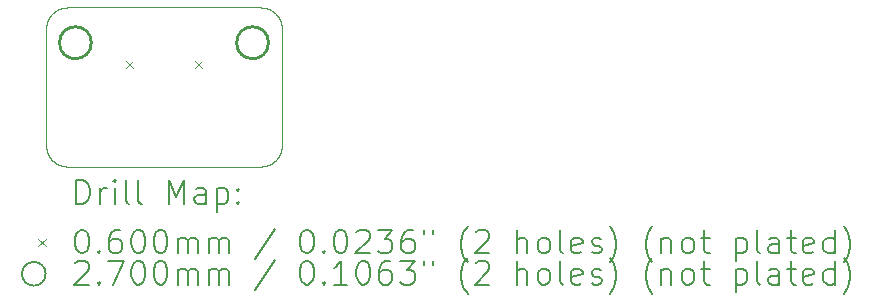
<source format=gbr>
%TF.GenerationSoftware,KiCad,Pcbnew,9.0.6*%
%TF.CreationDate,2026-01-06T08:35:01+09:00*%
%TF.ProjectId,muon,6d756f6e-2e6b-4696-9361-645f70636258,rev?*%
%TF.SameCoordinates,Original*%
%TF.FileFunction,Drillmap*%
%TF.FilePolarity,Positive*%
%FSLAX45Y45*%
G04 Gerber Fmt 4.5, Leading zero omitted, Abs format (unit mm)*
G04 Created by KiCad (PCBNEW 9.0.6) date 2026-01-06 08:35:01*
%MOMM*%
%LPD*%
G01*
G04 APERTURE LIST*
%ADD10C,0.050000*%
%ADD11C,0.200000*%
%ADD12C,0.100000*%
%ADD13C,0.270000*%
G04 APERTURE END LIST*
D10*
X6400000Y-5236250D02*
X6400000Y-5232992D01*
X6400002Y-5229738D01*
X6400007Y-5226488D01*
X6400017Y-5223242D01*
X6400034Y-5219999D01*
X6400045Y-5218380D01*
X6400058Y-5216761D01*
X6400074Y-5215144D01*
X6400093Y-5213527D01*
X6400114Y-5211912D01*
X6400138Y-5210298D01*
X6400166Y-5208684D01*
X6400197Y-5207072D01*
X6400232Y-5205460D01*
X6400270Y-5203850D01*
X6400313Y-5202241D01*
X6400360Y-5200632D01*
X6400411Y-5199025D01*
X6400467Y-5197419D01*
X6400528Y-5195814D01*
X6400594Y-5194209D01*
X6400666Y-5192606D01*
X6400742Y-5191004D01*
X6400825Y-5189403D01*
X6400913Y-5187803D01*
X6401007Y-5186204D01*
X6401108Y-5184606D01*
X6401215Y-5183009D01*
X6401329Y-5181413D01*
X6401450Y-5179818D01*
X6401578Y-5178224D01*
X6401713Y-5176632D01*
X6401856Y-5175040D01*
X6402006Y-5173449D01*
X6402084Y-5172654D01*
X6402164Y-5171859D01*
X6402246Y-5171065D01*
X6402331Y-5170271D01*
X6402417Y-5169477D01*
X6402505Y-5168683D01*
X6402596Y-5167890D01*
X6402689Y-5167097D01*
X6402784Y-5166304D01*
X6402881Y-5165511D01*
X6402980Y-5164719D01*
X6403082Y-5163927D01*
X6403185Y-5163135D01*
X6403292Y-5162343D01*
X6403400Y-5161552D01*
X6403511Y-5160761D01*
X6403624Y-5159970D01*
X6403740Y-5159180D01*
X6403858Y-5158390D01*
X6403979Y-5157600D01*
X6404102Y-5156810D01*
X6404227Y-5156021D01*
X6404355Y-5155231D01*
X6404486Y-5154442D01*
X6404619Y-5153654D01*
X6404755Y-5152865D01*
X6404893Y-5152077D01*
X6405035Y-5151289D01*
X6405178Y-5150502D01*
X6405325Y-5149715D01*
X6405474Y-5148928D01*
X6405626Y-5148141D01*
X6405781Y-5147354D01*
X6405939Y-5146568D01*
X6406099Y-5145782D01*
X6406263Y-5144996D01*
X6406429Y-5144211D01*
X6406598Y-5143426D01*
X6406770Y-5142641D01*
X6406945Y-5141856D01*
X6407123Y-5141072D01*
X6407304Y-5140288D01*
X6407489Y-5139504D01*
X6407676Y-5138720D01*
X6407866Y-5137937D01*
X6408060Y-5137154D01*
X6408256Y-5136371D01*
X6408456Y-5135589D01*
X6408659Y-5134806D01*
X6408865Y-5134024D01*
X8265976Y-5008865D02*
X8266596Y-5009031D01*
X8267220Y-5009200D01*
X8267835Y-5009369D01*
X8268454Y-5009541D01*
X8269066Y-5009712D01*
X8269680Y-5009887D01*
X8270287Y-5010062D01*
X8270898Y-5010240D01*
X8271501Y-5010418D01*
X8272108Y-5010599D01*
X8272707Y-5010780D01*
X8273310Y-5010964D01*
X8273906Y-5011149D01*
X8274505Y-5011336D01*
X8275098Y-5011523D01*
X8275694Y-5011714D01*
X8276283Y-5011905D01*
X8276875Y-5012098D01*
X8277462Y-5012292D01*
X8278050Y-5012489D01*
X8278634Y-5012686D01*
X8279219Y-5012886D01*
X8279800Y-5013086D01*
X8280382Y-5013290D01*
X8280959Y-5013493D01*
X8281539Y-5013700D01*
X8282113Y-5013906D01*
X8282690Y-5014116D01*
X8283261Y-5014326D01*
X8283835Y-5014539D01*
X8284403Y-5014753D01*
X8284974Y-5014969D01*
X8285540Y-5015185D01*
X8286108Y-5015405D01*
X8286671Y-5015625D01*
X8287236Y-5015847D01*
X8287797Y-5016071D01*
X8288359Y-5016297D01*
X8288917Y-5016523D01*
X8289476Y-5016752D01*
X8290032Y-5016982D01*
X8290589Y-5017214D01*
X8291141Y-5017447D01*
X8291695Y-5017683D01*
X8292246Y-5017919D01*
X8292797Y-5018159D01*
X8293345Y-5018398D01*
X8293894Y-5018640D01*
X8294439Y-5018883D01*
X8294985Y-5019129D01*
X8295528Y-5019375D01*
X8296071Y-5019624D01*
X8296611Y-5019873D01*
X8297153Y-5020125D01*
X8297690Y-5020378D01*
X8298229Y-5020633D01*
X8298764Y-5020889D01*
X8299300Y-5021148D01*
X8299833Y-5021407D01*
X8300366Y-5021669D01*
X8300897Y-5021932D01*
X8301428Y-5022197D01*
X8301956Y-5022463D01*
X8302484Y-5022731D01*
X8303010Y-5023000D01*
X8303536Y-5023272D01*
X8304059Y-5023545D01*
X8304582Y-5023820D01*
X8305103Y-5024095D01*
X8305624Y-5024374D01*
X8306143Y-5024653D01*
X8306661Y-5024934D01*
X8307177Y-5025217D01*
X8307694Y-5025501D01*
X8308207Y-5025787D01*
X8308721Y-5026075D01*
X8309232Y-5026364D01*
X8309744Y-5026655D01*
X8310253Y-5026947D01*
X8310762Y-5027242D01*
X8311269Y-5027538D01*
X8311775Y-5027835D01*
X8312280Y-5028134D01*
X8312784Y-5028435D01*
X8313286Y-5028737D01*
X8313788Y-5029042D01*
X8314288Y-5029347D01*
X8314787Y-5029655D01*
X8315285Y-5029964D01*
X8315782Y-5030275D01*
X8316277Y-5030587D01*
X8316772Y-5030901D01*
X8317265Y-5031216D01*
X8317757Y-5031534D01*
X8318248Y-5031852D01*
X8318738Y-5032173D01*
X8319226Y-5032495D01*
X8319714Y-5032820D01*
X8320200Y-5033145D01*
X8320686Y-5033472D01*
X8321169Y-5033801D01*
X8321653Y-5034132D01*
X8322134Y-5034463D01*
X8322616Y-5034797D01*
X8323094Y-5035133D01*
X8323573Y-5035470D01*
X8324050Y-5035808D01*
X8324527Y-5036149D01*
X8325001Y-5036491D01*
X8325476Y-5036835D01*
X8325948Y-5037180D01*
X8326420Y-5037528D01*
X8326890Y-5037876D01*
X8327360Y-5038227D01*
X8327828Y-5038578D01*
X8328295Y-5038933D01*
X8328874Y-5039374D01*
X6552372Y-5004840D02*
X6553740Y-5004603D01*
X6555120Y-5004372D01*
X6556511Y-5004147D01*
X6557916Y-5003929D01*
X6559333Y-5003716D01*
X6560763Y-5003509D01*
X6562208Y-5003308D01*
X6563667Y-5003113D01*
X6565141Y-5002924D01*
X6566632Y-5002742D01*
X6568139Y-5002565D01*
X6569664Y-5002394D01*
X6571206Y-5002229D01*
X6572768Y-5002070D01*
X6574350Y-5001917D01*
X6575954Y-5001770D01*
X6577580Y-5001629D01*
X6579229Y-5001493D01*
X6580904Y-5001364D01*
X6582605Y-5001241D01*
X6584334Y-5001123D01*
X6586094Y-5001011D01*
X6587886Y-5000906D01*
X6589713Y-5000806D01*
X6591577Y-5000712D01*
X6593482Y-5000624D01*
X6595432Y-5000541D01*
X6597429Y-5000465D01*
X6599481Y-5000395D01*
X6601591Y-5000330D01*
X6603768Y-5000271D01*
X6606021Y-5000218D01*
X6608359Y-5000171D01*
X6610797Y-5000130D01*
X6613355Y-5000094D01*
X6616056Y-5000065D01*
X6618938Y-5000041D01*
X6622058Y-5000022D01*
X6625513Y-5000010D01*
X6629495Y-5000002D01*
X6634534Y-5000000D01*
X6636250Y-5000000D01*
X8400000Y-6113750D02*
X8400000Y-5236250D01*
X8328874Y-5039374D02*
X8329338Y-5039732D01*
X8329803Y-5040091D01*
X8330265Y-5040452D01*
X8330727Y-5040815D01*
X8331187Y-5041179D01*
X8331646Y-5041545D01*
X8332104Y-5041913D01*
X8332560Y-5042282D01*
X8333015Y-5042652D01*
X8333470Y-5043025D01*
X8333922Y-5043398D01*
X8334374Y-5043774D01*
X8334824Y-5044150D01*
X8335273Y-5044529D01*
X8335721Y-5044908D01*
X8336167Y-5045290D01*
X8336612Y-5045673D01*
X8337056Y-5046057D01*
X8337498Y-5046443D01*
X8337940Y-5046831D01*
X8338379Y-5047219D01*
X8338818Y-5047610D01*
X8339254Y-5048002D01*
X8339690Y-5048395D01*
X8340124Y-5048790D01*
X8340557Y-5049186D01*
X8340989Y-5049584D01*
X8341419Y-5049983D01*
X8341848Y-5050383D01*
X8342275Y-5050786D01*
X8342701Y-5051189D01*
X8343126Y-5051594D01*
X8343549Y-5052000D01*
X8343970Y-5052408D01*
X8344390Y-5052817D01*
X8344810Y-5053228D01*
X8345227Y-5053640D01*
X8345643Y-5054053D01*
X8346057Y-5054468D01*
X8346470Y-5054884D01*
X8346882Y-5055301D01*
X8347292Y-5055720D01*
X8347701Y-5056140D01*
X8348108Y-5056562D01*
X8348514Y-5056985D01*
X8348918Y-5057409D01*
X8349320Y-5057835D01*
X8349722Y-5058262D01*
X8350121Y-5058690D01*
X8350520Y-5059120D01*
X8350916Y-5059551D01*
X8351312Y-5059983D01*
X8351705Y-5060417D01*
X8352098Y-5060852D01*
X8352488Y-5061288D01*
X8352878Y-5061725D01*
X8353265Y-5062164D01*
X8353651Y-5062604D01*
X8354036Y-5063046D01*
X8354419Y-5063489D01*
X8354800Y-5063932D01*
X8355181Y-5064378D01*
X8355559Y-5064824D01*
X8355936Y-5065272D01*
X8356311Y-5065721D01*
X8356685Y-5066171D01*
X8357057Y-5066623D01*
X8357428Y-5067076D01*
X8357796Y-5067530D01*
X8358164Y-5067985D01*
X8358530Y-5068442D01*
X8358894Y-5068900D01*
X8359257Y-5069359D01*
X8359618Y-5069819D01*
X8359978Y-5070280D01*
X8360336Y-5070743D01*
X8360692Y-5071207D01*
X8361047Y-5071672D01*
X8361400Y-5072138D01*
X8361752Y-5072606D01*
X8362102Y-5073075D01*
X8362450Y-5073545D01*
X8362797Y-5074016D01*
X8363142Y-5074489D01*
X8363485Y-5074962D01*
X8363828Y-5075437D01*
X8364168Y-5075913D01*
X8364507Y-5076390D01*
X8364844Y-5076868D01*
X8365179Y-5077348D01*
X8365513Y-5077828D01*
X8365845Y-5078311D01*
X8366176Y-5078793D01*
X8366505Y-5079278D01*
X8366832Y-5079763D01*
X8367158Y-5080250D01*
X8367482Y-5080737D01*
X8367805Y-5081226D01*
X8368125Y-5081716D01*
X8368444Y-5082207D01*
X8368762Y-5082699D01*
X8369078Y-5083193D01*
X8369392Y-5083687D01*
X8369705Y-5084183D01*
X8370015Y-5084680D01*
X8370325Y-5085178D01*
X8370632Y-5085677D01*
X8370938Y-5086178D01*
X8371243Y-5086679D01*
X8371545Y-5087182D01*
X8371846Y-5087685D01*
X8372146Y-5088190D01*
X8372631Y-5089018D01*
X6534024Y-6341135D02*
X6533404Y-6340969D01*
X6532780Y-6340800D01*
X6532165Y-6340631D01*
X6531546Y-6340459D01*
X6530934Y-6340288D01*
X6530320Y-6340113D01*
X6529712Y-6339938D01*
X6529102Y-6339760D01*
X6528499Y-6339582D01*
X6527892Y-6339401D01*
X6527292Y-6339220D01*
X6526690Y-6339036D01*
X6526094Y-6338851D01*
X6525495Y-6338664D01*
X6524902Y-6338477D01*
X6524306Y-6338286D01*
X6523717Y-6338095D01*
X6523125Y-6337902D01*
X6522538Y-6337708D01*
X6521950Y-6337511D01*
X6521366Y-6337314D01*
X6520781Y-6337114D01*
X6520200Y-6336914D01*
X6519618Y-6336710D01*
X6519041Y-6336507D01*
X6518461Y-6336300D01*
X6517887Y-6336094D01*
X6517310Y-6335884D01*
X6516739Y-6335674D01*
X6516165Y-6335461D01*
X6515596Y-6335247D01*
X6515026Y-6335031D01*
X6514460Y-6334815D01*
X6513892Y-6334595D01*
X6513329Y-6334375D01*
X6512764Y-6334153D01*
X6512203Y-6333929D01*
X6511641Y-6333703D01*
X6511083Y-6333477D01*
X6510524Y-6333248D01*
X6509968Y-6333018D01*
X6509411Y-6332786D01*
X6508859Y-6332553D01*
X6508304Y-6332317D01*
X6507754Y-6332081D01*
X6507203Y-6331841D01*
X6506655Y-6331602D01*
X6506106Y-6331360D01*
X6505561Y-6331117D01*
X6505015Y-6330871D01*
X6504472Y-6330625D01*
X6503929Y-6330376D01*
X6503388Y-6330127D01*
X6502847Y-6329875D01*
X6502310Y-6329622D01*
X6501771Y-6329367D01*
X6501236Y-6329111D01*
X6500700Y-6328852D01*
X6500167Y-6328593D01*
X6499634Y-6328331D01*
X6499103Y-6328068D01*
X6498572Y-6327803D01*
X6498044Y-6327537D01*
X6497516Y-6327269D01*
X6496990Y-6327000D01*
X6496464Y-6326728D01*
X6495941Y-6326455D01*
X6495417Y-6326180D01*
X6494897Y-6325905D01*
X6494376Y-6325626D01*
X6493857Y-6325347D01*
X6493338Y-6325066D01*
X6492823Y-6324783D01*
X6492306Y-6324499D01*
X6491793Y-6324213D01*
X6491279Y-6323925D01*
X6490767Y-6323636D01*
X6490256Y-6323345D01*
X6489747Y-6323053D01*
X6489238Y-6322758D01*
X6488731Y-6322462D01*
X6488224Y-6322165D01*
X6487720Y-6321866D01*
X6487216Y-6321565D01*
X6486714Y-6321263D01*
X6486212Y-6320958D01*
X6485712Y-6320653D01*
X6485213Y-6320345D01*
X6484715Y-6320036D01*
X6484218Y-6319725D01*
X6483723Y-6319413D01*
X6483228Y-6319099D01*
X6482735Y-6318784D01*
X6482242Y-6318466D01*
X6481752Y-6318148D01*
X6481262Y-6317827D01*
X6480774Y-6317505D01*
X6480285Y-6317180D01*
X6479800Y-6316855D01*
X6479314Y-6316528D01*
X6478830Y-6316199D01*
X6478347Y-6315868D01*
X6477866Y-6315537D01*
X6477384Y-6315203D01*
X6476905Y-6314867D01*
X6476426Y-6314530D01*
X6475950Y-6314192D01*
X6475473Y-6313851D01*
X6474999Y-6313509D01*
X6474524Y-6313165D01*
X6474052Y-6312820D01*
X6473580Y-6312472D01*
X6473110Y-6312124D01*
X6472640Y-6311773D01*
X6472172Y-6311422D01*
X6471705Y-6311067D01*
X6471126Y-6310626D01*
X8310982Y-6322631D02*
X8309970Y-6323217D01*
X8308954Y-6323796D01*
X8307933Y-6324368D01*
X8306909Y-6324933D01*
X8305879Y-6325492D01*
X8304845Y-6326044D01*
X8303807Y-6326589D01*
X8302764Y-6327128D01*
X8301716Y-6327661D01*
X8300664Y-6328186D01*
X8299608Y-6328705D01*
X8298546Y-6329218D01*
X8297480Y-6329724D01*
X8296409Y-6330223D01*
X8295333Y-6330716D01*
X8294252Y-6331203D01*
X8293166Y-6331683D01*
X8292075Y-6332156D01*
X8290979Y-6332623D01*
X8289878Y-6333084D01*
X8288772Y-6333538D01*
X8287660Y-6333985D01*
X8286543Y-6334427D01*
X8285420Y-6334861D01*
X8284292Y-6335290D01*
X8283159Y-6335712D01*
X8282020Y-6336127D01*
X8280875Y-6336537D01*
X8279724Y-6336940D01*
X8278567Y-6337336D01*
X8277405Y-6337726D01*
X8276236Y-6338110D01*
X8275061Y-6338488D01*
X8273879Y-6338859D01*
X8272692Y-6339224D01*
X8271497Y-6339582D01*
X8270296Y-6339934D01*
X8269088Y-6340280D01*
X8267874Y-6340620D01*
X8266652Y-6340953D01*
X8265423Y-6341281D01*
X8264186Y-6341601D01*
X8262942Y-6341916D01*
X8261690Y-6342225D01*
X8260430Y-6342527D01*
X8259161Y-6342823D01*
X8257885Y-6343113D01*
X8256599Y-6343397D01*
X8255305Y-6343674D01*
X8254001Y-6343946D01*
X8252687Y-6344211D01*
X8251364Y-6344470D01*
X8250030Y-6344723D01*
X8248686Y-6344971D01*
X8247628Y-6345160D01*
X8163750Y-5000000D02*
X8167008Y-5000000D01*
X8170262Y-5000002D01*
X8173512Y-5000007D01*
X8176758Y-5000017D01*
X8180001Y-5000034D01*
X8181620Y-5000045D01*
X8183239Y-5000058D01*
X8184856Y-5000074D01*
X8186473Y-5000093D01*
X8188088Y-5000114D01*
X8189702Y-5000139D01*
X8191316Y-5000166D01*
X8192928Y-5000197D01*
X8194540Y-5000232D01*
X8196150Y-5000271D01*
X8197759Y-5000313D01*
X8199368Y-5000360D01*
X8200975Y-5000412D01*
X8202581Y-5000468D01*
X8204186Y-5000528D01*
X8205791Y-5000594D01*
X8207394Y-5000666D01*
X8208996Y-5000742D01*
X8210597Y-5000825D01*
X8212197Y-5000913D01*
X8213796Y-5001008D01*
X8215394Y-5001108D01*
X8216991Y-5001215D01*
X8218587Y-5001329D01*
X8220182Y-5001450D01*
X8221776Y-5001578D01*
X8223368Y-5001713D01*
X8224960Y-5001856D01*
X8226551Y-5002006D01*
X8227346Y-5002084D01*
X8228141Y-5002164D01*
X8228935Y-5002247D01*
X8229729Y-5002331D01*
X8230523Y-5002417D01*
X8231317Y-5002506D01*
X8232110Y-5002596D01*
X8232903Y-5002689D01*
X8233696Y-5002784D01*
X8234489Y-5002881D01*
X8235281Y-5002980D01*
X8236073Y-5003082D01*
X8236865Y-5003186D01*
X8237657Y-5003292D01*
X8238448Y-5003400D01*
X8239239Y-5003511D01*
X8240030Y-5003624D01*
X8240820Y-5003740D01*
X8241610Y-5003858D01*
X8242400Y-5003979D01*
X8243190Y-5004102D01*
X8243979Y-5004227D01*
X8244769Y-5004355D01*
X8245558Y-5004486D01*
X8246346Y-5004619D01*
X8247135Y-5004755D01*
X8247923Y-5004894D01*
X8248711Y-5005035D01*
X8249498Y-5005179D01*
X8250285Y-5005325D01*
X8251072Y-5005474D01*
X8251859Y-5005626D01*
X8252646Y-5005781D01*
X8253432Y-5005939D01*
X8254218Y-5006099D01*
X8255004Y-5006263D01*
X8255789Y-5006429D01*
X8256574Y-5006598D01*
X8257359Y-5006770D01*
X8258144Y-5006945D01*
X8258928Y-5007123D01*
X8259712Y-5007305D01*
X8260496Y-5007489D01*
X8261280Y-5007676D01*
X8262063Y-5007866D01*
X8262846Y-5008060D01*
X8263629Y-5008256D01*
X8264411Y-5008456D01*
X8265194Y-5008659D01*
X8265976Y-5008865D01*
X6636250Y-6350000D02*
X6632992Y-6350000D01*
X6629738Y-6349998D01*
X6626488Y-6349993D01*
X6623241Y-6349983D01*
X6619999Y-6349966D01*
X6618380Y-6349955D01*
X6616761Y-6349942D01*
X6615144Y-6349926D01*
X6613527Y-6349907D01*
X6611912Y-6349886D01*
X6610297Y-6349861D01*
X6608684Y-6349834D01*
X6607072Y-6349803D01*
X6605460Y-6349768D01*
X6603850Y-6349729D01*
X6602241Y-6349687D01*
X6600632Y-6349640D01*
X6599025Y-6349588D01*
X6597419Y-6349532D01*
X6595814Y-6349472D01*
X6594209Y-6349406D01*
X6592606Y-6349334D01*
X6591004Y-6349258D01*
X6589403Y-6349175D01*
X6587803Y-6349087D01*
X6586204Y-6348992D01*
X6584606Y-6348892D01*
X6583009Y-6348785D01*
X6581413Y-6348671D01*
X6579818Y-6348550D01*
X6578224Y-6348422D01*
X6576631Y-6348287D01*
X6575040Y-6348144D01*
X6573449Y-6347994D01*
X6572654Y-6347916D01*
X6571859Y-6347836D01*
X6571065Y-6347753D01*
X6570271Y-6347669D01*
X6569477Y-6347583D01*
X6568683Y-6347494D01*
X6567890Y-6347404D01*
X6567097Y-6347311D01*
X6566304Y-6347216D01*
X6565511Y-6347119D01*
X6564719Y-6347020D01*
X6563927Y-6346918D01*
X6563135Y-6346814D01*
X6562343Y-6346708D01*
X6561552Y-6346600D01*
X6560761Y-6346489D01*
X6559970Y-6346376D01*
X6559180Y-6346260D01*
X6558390Y-6346142D01*
X6557600Y-6346021D01*
X6556810Y-6345898D01*
X6556020Y-6345773D01*
X6555231Y-6345645D01*
X6554442Y-6345514D01*
X6553654Y-6345381D01*
X6552865Y-6345245D01*
X6552077Y-6345106D01*
X6551289Y-6344965D01*
X6550502Y-6344821D01*
X6549714Y-6344675D01*
X6548927Y-6344526D01*
X6548141Y-6344374D01*
X6547354Y-6344219D01*
X6546568Y-6344061D01*
X6545782Y-6343901D01*
X6544996Y-6343737D01*
X6544211Y-6343571D01*
X6543426Y-6343402D01*
X6542641Y-6343230D01*
X6541856Y-6343055D01*
X6541072Y-6342877D01*
X6540288Y-6342695D01*
X6539504Y-6342511D01*
X6538720Y-6342324D01*
X6537937Y-6342134D01*
X6537154Y-6341940D01*
X6536371Y-6341744D01*
X6535588Y-6341544D01*
X6534806Y-6341341D01*
X6534024Y-6341135D01*
X8372631Y-5089018D02*
X8373217Y-5090030D01*
X8373796Y-5091046D01*
X8374368Y-5092067D01*
X8374933Y-5093091D01*
X8375492Y-5094121D01*
X8376044Y-5095155D01*
X8376589Y-5096193D01*
X8377128Y-5097236D01*
X8377661Y-5098284D01*
X8378186Y-5099336D01*
X8378705Y-5100392D01*
X8379218Y-5101454D01*
X8379724Y-5102520D01*
X8380223Y-5103591D01*
X8380716Y-5104667D01*
X8381203Y-5105748D01*
X8381683Y-5106834D01*
X8382156Y-5107925D01*
X8382623Y-5109021D01*
X8383084Y-5110122D01*
X8383538Y-5111228D01*
X8383985Y-5112340D01*
X8384427Y-5113457D01*
X8384861Y-5114580D01*
X8385290Y-5115708D01*
X8385712Y-5116841D01*
X8386127Y-5117980D01*
X8386537Y-5119125D01*
X8386940Y-5120276D01*
X8387336Y-5121433D01*
X8387726Y-5122595D01*
X8388110Y-5123764D01*
X8388488Y-5124939D01*
X8388859Y-5126121D01*
X8389224Y-5127308D01*
X8389582Y-5128503D01*
X8389934Y-5129704D01*
X8390280Y-5130912D01*
X8390620Y-5132126D01*
X8390953Y-5133348D01*
X8391281Y-5134577D01*
X8391602Y-5135814D01*
X8391916Y-5137058D01*
X8392225Y-5138310D01*
X8392527Y-5139570D01*
X8392823Y-5140839D01*
X8393113Y-5142115D01*
X8393397Y-5143401D01*
X8393674Y-5144695D01*
X8393946Y-5145999D01*
X8394211Y-5147313D01*
X8394470Y-5148636D01*
X8394723Y-5149970D01*
X8394971Y-5151314D01*
X8395160Y-5152372D01*
X6471126Y-6310626D02*
X6470662Y-6310268D01*
X6470197Y-6309909D01*
X6469735Y-6309548D01*
X6469273Y-6309185D01*
X6468813Y-6308821D01*
X6468354Y-6308455D01*
X6467896Y-6308087D01*
X6467439Y-6307718D01*
X6466984Y-6307348D01*
X6466530Y-6306975D01*
X6466078Y-6306602D01*
X6465626Y-6306226D01*
X6465176Y-6305850D01*
X6464727Y-6305471D01*
X6464279Y-6305092D01*
X6463833Y-6304710D01*
X6463388Y-6304327D01*
X6462944Y-6303943D01*
X6462502Y-6303557D01*
X6462060Y-6303169D01*
X6461621Y-6302781D01*
X6461182Y-6302390D01*
X6460746Y-6301998D01*
X6460310Y-6301605D01*
X6459876Y-6301210D01*
X6459442Y-6300814D01*
X6459011Y-6300416D01*
X6458581Y-6300017D01*
X6458152Y-6299617D01*
X6457725Y-6299214D01*
X6457299Y-6298811D01*
X6456874Y-6298406D01*
X6456451Y-6298000D01*
X6456029Y-6297592D01*
X6455609Y-6297183D01*
X6455190Y-6296772D01*
X6454773Y-6296360D01*
X6454357Y-6295947D01*
X6453943Y-6295532D01*
X6453529Y-6295116D01*
X6453118Y-6294699D01*
X6452708Y-6294280D01*
X6452299Y-6293860D01*
X6451892Y-6293438D01*
X6451486Y-6293015D01*
X6451082Y-6292591D01*
X6450679Y-6292165D01*
X6450278Y-6291738D01*
X6449878Y-6291310D01*
X6449480Y-6290880D01*
X6449083Y-6290449D01*
X6448688Y-6290017D01*
X6448294Y-6289583D01*
X6447902Y-6289148D01*
X6447512Y-6288712D01*
X6447122Y-6288275D01*
X6446735Y-6287836D01*
X6446348Y-6287396D01*
X6445964Y-6286954D01*
X6445581Y-6286511D01*
X6445200Y-6286068D01*
X6444819Y-6285622D01*
X6444441Y-6285176D01*
X6444064Y-6284728D01*
X6443689Y-6284279D01*
X6443315Y-6283829D01*
X6442943Y-6283377D01*
X6442572Y-6282924D01*
X6442203Y-6282470D01*
X6441836Y-6282015D01*
X6441470Y-6281558D01*
X6441106Y-6281100D01*
X6440743Y-6280641D01*
X6440382Y-6280181D01*
X6440022Y-6279720D01*
X6439664Y-6279257D01*
X6439308Y-6278793D01*
X6438953Y-6278328D01*
X6438600Y-6277862D01*
X6438248Y-6277394D01*
X6437898Y-6276925D01*
X6437550Y-6276455D01*
X6437203Y-6275984D01*
X6436858Y-6275511D01*
X6436514Y-6275038D01*
X6436172Y-6274563D01*
X6435832Y-6274087D01*
X6435493Y-6273610D01*
X6435156Y-6273132D01*
X6434821Y-6272652D01*
X6434487Y-6272172D01*
X6434155Y-6271689D01*
X6433824Y-6271207D01*
X6433495Y-6270722D01*
X6433168Y-6270237D01*
X6432842Y-6269750D01*
X6432518Y-6269263D01*
X6432195Y-6268774D01*
X6431875Y-6268284D01*
X6431555Y-6267793D01*
X6431238Y-6267301D01*
X6430922Y-6266807D01*
X6430608Y-6266313D01*
X6430295Y-6265817D01*
X6429984Y-6265320D01*
X6429675Y-6264822D01*
X6429368Y-6264323D01*
X6429061Y-6263822D01*
X6428757Y-6263321D01*
X6428454Y-6262818D01*
X6428154Y-6262315D01*
X6427854Y-6261810D01*
X6427369Y-6260982D01*
X8360626Y-6278874D02*
X8360268Y-6279338D01*
X8359909Y-6279803D01*
X8359548Y-6280265D01*
X8359185Y-6280727D01*
X8358821Y-6281187D01*
X8358455Y-6281646D01*
X8358087Y-6282104D01*
X8357718Y-6282560D01*
X8357348Y-6283015D01*
X8356975Y-6283470D01*
X8356602Y-6283922D01*
X8356226Y-6284374D01*
X8355850Y-6284824D01*
X8355471Y-6285273D01*
X8355092Y-6285721D01*
X8354710Y-6286167D01*
X8354327Y-6286612D01*
X8353943Y-6287056D01*
X8353557Y-6287498D01*
X8353169Y-6287940D01*
X8352781Y-6288379D01*
X8352390Y-6288818D01*
X8351998Y-6289254D01*
X8351605Y-6289690D01*
X8351210Y-6290124D01*
X8350814Y-6290557D01*
X8350416Y-6290989D01*
X8350017Y-6291419D01*
X8349617Y-6291848D01*
X8349214Y-6292275D01*
X8348811Y-6292701D01*
X8348406Y-6293126D01*
X8348000Y-6293549D01*
X8347592Y-6293970D01*
X8347183Y-6294390D01*
X8346772Y-6294810D01*
X8346360Y-6295227D01*
X8345947Y-6295643D01*
X8345532Y-6296057D01*
X8345116Y-6296470D01*
X8344699Y-6296882D01*
X8344280Y-6297292D01*
X8343860Y-6297701D01*
X8343438Y-6298108D01*
X8343015Y-6298514D01*
X8342591Y-6298918D01*
X8342165Y-6299320D01*
X8341738Y-6299722D01*
X8341310Y-6300121D01*
X8340880Y-6300520D01*
X8340449Y-6300916D01*
X8340017Y-6301312D01*
X8339583Y-6301705D01*
X8339148Y-6302098D01*
X8338712Y-6302488D01*
X8338275Y-6302878D01*
X8337836Y-6303265D01*
X8337396Y-6303651D01*
X8336954Y-6304036D01*
X8336511Y-6304419D01*
X8336068Y-6304800D01*
X8335622Y-6305181D01*
X8335176Y-6305559D01*
X8334728Y-6305936D01*
X8334279Y-6306311D01*
X8333829Y-6306685D01*
X8333377Y-6307057D01*
X8332924Y-6307428D01*
X8332470Y-6307796D01*
X8332015Y-6308164D01*
X8331558Y-6308530D01*
X8331100Y-6308894D01*
X8330641Y-6309257D01*
X8330181Y-6309618D01*
X8329720Y-6309978D01*
X8329257Y-6310336D01*
X8328793Y-6310692D01*
X8328328Y-6311047D01*
X8327862Y-6311400D01*
X8327394Y-6311752D01*
X8326925Y-6312102D01*
X8326455Y-6312450D01*
X8325984Y-6312797D01*
X8325511Y-6313142D01*
X8325038Y-6313485D01*
X8324563Y-6313828D01*
X8324087Y-6314168D01*
X8323610Y-6314507D01*
X8323132Y-6314844D01*
X8322652Y-6315179D01*
X8322172Y-6315513D01*
X8321689Y-6315845D01*
X8321207Y-6316176D01*
X8320722Y-6316505D01*
X8320237Y-6316832D01*
X8319750Y-6317158D01*
X8319263Y-6317482D01*
X8318774Y-6317805D01*
X8318284Y-6318125D01*
X8317793Y-6318444D01*
X8317301Y-6318762D01*
X8316807Y-6319078D01*
X8316313Y-6319392D01*
X8315817Y-6319705D01*
X8315320Y-6320015D01*
X8314822Y-6320325D01*
X8314323Y-6320632D01*
X8313822Y-6320938D01*
X8313321Y-6321243D01*
X8312818Y-6321545D01*
X8312315Y-6321846D01*
X8311810Y-6322146D01*
X8310982Y-6322631D01*
X6404840Y-6197628D02*
X6404603Y-6196260D01*
X6404372Y-6194880D01*
X6404147Y-6193488D01*
X6403928Y-6192084D01*
X6403716Y-6190667D01*
X6403509Y-6189237D01*
X6403308Y-6187792D01*
X6403113Y-6186333D01*
X6402924Y-6184858D01*
X6402742Y-6183368D01*
X6402565Y-6181861D01*
X6402394Y-6180336D01*
X6402229Y-6178794D01*
X6402070Y-6177232D01*
X6401917Y-6175649D01*
X6401770Y-6174046D01*
X6401629Y-6172420D01*
X6401493Y-6170771D01*
X6401364Y-6169096D01*
X6401240Y-6167395D01*
X6401123Y-6165666D01*
X6401011Y-6163906D01*
X6400906Y-6162114D01*
X6400806Y-6160287D01*
X6400712Y-6158423D01*
X6400624Y-6156518D01*
X6400541Y-6154568D01*
X6400465Y-6152570D01*
X6400395Y-6150519D01*
X6400330Y-6148409D01*
X6400271Y-6146231D01*
X6400218Y-6143979D01*
X6400171Y-6141641D01*
X6400130Y-6139202D01*
X6400094Y-6136645D01*
X6400064Y-6133944D01*
X6400041Y-6131062D01*
X6400022Y-6127942D01*
X6400010Y-6124487D01*
X6400002Y-6120505D01*
X6400000Y-6115466D01*
X6400000Y-6113750D01*
X6489018Y-5027369D02*
X6490030Y-5026783D01*
X6491046Y-5026204D01*
X6492066Y-5025632D01*
X6493091Y-5025067D01*
X6494121Y-5024508D01*
X6495155Y-5023956D01*
X6496193Y-5023411D01*
X6497236Y-5022872D01*
X6498283Y-5022339D01*
X6499336Y-5021814D01*
X6500392Y-5021295D01*
X6501454Y-5020782D01*
X6502520Y-5020276D01*
X6503591Y-5019777D01*
X6504667Y-5019284D01*
X6505748Y-5018797D01*
X6506834Y-5018317D01*
X6507925Y-5017844D01*
X6509021Y-5017377D01*
X6510122Y-5016916D01*
X6511228Y-5016462D01*
X6512340Y-5016015D01*
X6513457Y-5015573D01*
X6514580Y-5015139D01*
X6515707Y-5014710D01*
X6516841Y-5014288D01*
X6517980Y-5013873D01*
X6519125Y-5013463D01*
X6520276Y-5013060D01*
X6521433Y-5012664D01*
X6522595Y-5012274D01*
X6523764Y-5011890D01*
X6524939Y-5011512D01*
X6526120Y-5011141D01*
X6527308Y-5010776D01*
X6528503Y-5010418D01*
X6529704Y-5010066D01*
X6530911Y-5009720D01*
X6532126Y-5009380D01*
X6533348Y-5009047D01*
X6534577Y-5008719D01*
X6535814Y-5008399D01*
X6537058Y-5008084D01*
X6538310Y-5007775D01*
X6539570Y-5007473D01*
X6540839Y-5007177D01*
X6542115Y-5006887D01*
X6543401Y-5006603D01*
X6544695Y-5006326D01*
X6545999Y-5006054D01*
X6547312Y-5005789D01*
X6548636Y-5005530D01*
X6549969Y-5005277D01*
X6551314Y-5005029D01*
X6552372Y-5004840D01*
X6636250Y-6350000D02*
X8163750Y-6350000D01*
X6408865Y-5134024D02*
X6409031Y-5133404D01*
X6409200Y-5132780D01*
X6409369Y-5132165D01*
X6409540Y-5131546D01*
X6409712Y-5130934D01*
X6409887Y-5130320D01*
X6410062Y-5129713D01*
X6410240Y-5129102D01*
X6410418Y-5128499D01*
X6410599Y-5127892D01*
X6410780Y-5127293D01*
X6410964Y-5126690D01*
X6411149Y-5126094D01*
X6411336Y-5125495D01*
X6411523Y-5124902D01*
X6411714Y-5124306D01*
X6411904Y-5123717D01*
X6412098Y-5123125D01*
X6412292Y-5122538D01*
X6412489Y-5121950D01*
X6412686Y-5121366D01*
X6412886Y-5120781D01*
X6413086Y-5120200D01*
X6413289Y-5119618D01*
X6413493Y-5119041D01*
X6413699Y-5118461D01*
X6413906Y-5117887D01*
X6414116Y-5117310D01*
X6414326Y-5116739D01*
X6414539Y-5116165D01*
X6414752Y-5115597D01*
X6414969Y-5115026D01*
X6415185Y-5114460D01*
X6415405Y-5113892D01*
X6415625Y-5113329D01*
X6415847Y-5112764D01*
X6416070Y-5112203D01*
X6416296Y-5111641D01*
X6416523Y-5111083D01*
X6416752Y-5110524D01*
X6416982Y-5109968D01*
X6417214Y-5109411D01*
X6417447Y-5108859D01*
X6417683Y-5108305D01*
X6417919Y-5107754D01*
X6418158Y-5107203D01*
X6418398Y-5106655D01*
X6418640Y-5106106D01*
X6418883Y-5105561D01*
X6419129Y-5105015D01*
X6419375Y-5104472D01*
X6419624Y-5103929D01*
X6419873Y-5103389D01*
X6420125Y-5102847D01*
X6420378Y-5102310D01*
X6420633Y-5101771D01*
X6420889Y-5101236D01*
X6421148Y-5100700D01*
X6421407Y-5100167D01*
X6421669Y-5099634D01*
X6421932Y-5099103D01*
X6422197Y-5098572D01*
X6422463Y-5098044D01*
X6422731Y-5097516D01*
X6423000Y-5096990D01*
X6423272Y-5096464D01*
X6423545Y-5095941D01*
X6423820Y-5095418D01*
X6424095Y-5094897D01*
X6424374Y-5094376D01*
X6424653Y-5093857D01*
X6424934Y-5093339D01*
X6425216Y-5092823D01*
X6425501Y-5092306D01*
X6425787Y-5091793D01*
X6426075Y-5091279D01*
X6426364Y-5090768D01*
X6426655Y-5090256D01*
X6426947Y-5089747D01*
X6427242Y-5089238D01*
X6427537Y-5088731D01*
X6427835Y-5088225D01*
X6428134Y-5087720D01*
X6428435Y-5087216D01*
X6428737Y-5086714D01*
X6429042Y-5086212D01*
X6429347Y-5085712D01*
X6429655Y-5085213D01*
X6429964Y-5084715D01*
X6430275Y-5084218D01*
X6430587Y-5083723D01*
X6430901Y-5083228D01*
X6431216Y-5082735D01*
X6431534Y-5082243D01*
X6431852Y-5081752D01*
X6432173Y-5081262D01*
X6432495Y-5080774D01*
X6432819Y-5080286D01*
X6433145Y-5079800D01*
X6433472Y-5079314D01*
X6433801Y-5078831D01*
X6434131Y-5078347D01*
X6434463Y-5077866D01*
X6434797Y-5077384D01*
X6435132Y-5076906D01*
X6435470Y-5076427D01*
X6435808Y-5075950D01*
X6436149Y-5075473D01*
X6436491Y-5074999D01*
X6436835Y-5074524D01*
X6437180Y-5074052D01*
X6437527Y-5073580D01*
X6437876Y-5073110D01*
X6438227Y-5072640D01*
X6438578Y-5072172D01*
X6438932Y-5071705D01*
X6439374Y-5071126D01*
X8400000Y-6113750D02*
X8400000Y-6117008D01*
X8399998Y-6120262D01*
X8399993Y-6123512D01*
X8399983Y-6126758D01*
X8399966Y-6130001D01*
X8399955Y-6131620D01*
X8399942Y-6133239D01*
X8399926Y-6134856D01*
X8399907Y-6136473D01*
X8399886Y-6138088D01*
X8399862Y-6139702D01*
X8399834Y-6141316D01*
X8399803Y-6142928D01*
X8399768Y-6144540D01*
X8399730Y-6146150D01*
X8399687Y-6147759D01*
X8399640Y-6149368D01*
X8399589Y-6150975D01*
X8399533Y-6152581D01*
X8399472Y-6154186D01*
X8399406Y-6155791D01*
X8399334Y-6157394D01*
X8399258Y-6158996D01*
X8399175Y-6160597D01*
X8399087Y-6162197D01*
X8398993Y-6163796D01*
X8398892Y-6165394D01*
X8398785Y-6166991D01*
X8398671Y-6168587D01*
X8398550Y-6170182D01*
X8398422Y-6171776D01*
X8398287Y-6173368D01*
X8398144Y-6174960D01*
X8397994Y-6176551D01*
X8397916Y-6177346D01*
X8397836Y-6178141D01*
X8397754Y-6178935D01*
X8397669Y-6179729D01*
X8397583Y-6180523D01*
X8397495Y-6181317D01*
X8397404Y-6182110D01*
X8397311Y-6182903D01*
X8397216Y-6183696D01*
X8397119Y-6184489D01*
X8397020Y-6185281D01*
X8396918Y-6186073D01*
X8396815Y-6186865D01*
X8396708Y-6187657D01*
X8396600Y-6188448D01*
X8396489Y-6189239D01*
X8396376Y-6190030D01*
X8396260Y-6190820D01*
X8396142Y-6191610D01*
X8396021Y-6192400D01*
X8395898Y-6193190D01*
X8395773Y-6193979D01*
X8395645Y-6194769D01*
X8395514Y-6195558D01*
X8395381Y-6196346D01*
X8395245Y-6197135D01*
X8395107Y-6197923D01*
X8394965Y-6198711D01*
X8394822Y-6199498D01*
X8394675Y-6200285D01*
X8394526Y-6201072D01*
X8394374Y-6201859D01*
X8394219Y-6202646D01*
X8394061Y-6203432D01*
X8393901Y-6204218D01*
X8393737Y-6205004D01*
X8393571Y-6205789D01*
X8393402Y-6206574D01*
X8393230Y-6207359D01*
X8393055Y-6208144D01*
X8392877Y-6208928D01*
X8392696Y-6209712D01*
X8392511Y-6210496D01*
X8392324Y-6211280D01*
X8392134Y-6212063D01*
X8391940Y-6212846D01*
X8391744Y-6213629D01*
X8391544Y-6214411D01*
X8391341Y-6215194D01*
X8391135Y-6215976D01*
X6427369Y-6260982D02*
X6426783Y-6259970D01*
X6426204Y-6258954D01*
X6425632Y-6257933D01*
X6425067Y-6256909D01*
X6424508Y-6255879D01*
X6423956Y-6254845D01*
X6423410Y-6253807D01*
X6422872Y-6252764D01*
X6422339Y-6251716D01*
X6421814Y-6250664D01*
X6421295Y-6249608D01*
X6420782Y-6248546D01*
X6420276Y-6247480D01*
X6419777Y-6246409D01*
X6419284Y-6245333D01*
X6418797Y-6244252D01*
X6418317Y-6243166D01*
X6417844Y-6242075D01*
X6417377Y-6240979D01*
X6416916Y-6239878D01*
X6416462Y-6238772D01*
X6416014Y-6237660D01*
X6415573Y-6236543D01*
X6415138Y-6235420D01*
X6414710Y-6234292D01*
X6414288Y-6233159D01*
X6413872Y-6232020D01*
X6413463Y-6230875D01*
X6413060Y-6229724D01*
X6412664Y-6228567D01*
X6412274Y-6227405D01*
X6411890Y-6226236D01*
X6411512Y-6225061D01*
X6411141Y-6223879D01*
X6410776Y-6222692D01*
X6410418Y-6221497D01*
X6410066Y-6220296D01*
X6409720Y-6219088D01*
X6409380Y-6217874D01*
X6409047Y-6216652D01*
X6408719Y-6215423D01*
X6408398Y-6214186D01*
X6408084Y-6212942D01*
X6407775Y-6211690D01*
X6407473Y-6210430D01*
X6407177Y-6209161D01*
X6406887Y-6207885D01*
X6406603Y-6206599D01*
X6406326Y-6205305D01*
X6406054Y-6204001D01*
X6405789Y-6202687D01*
X6405530Y-6201364D01*
X6405277Y-6200030D01*
X6405029Y-6198686D01*
X6404840Y-6197628D01*
X8395160Y-5152372D02*
X8395397Y-5153740D01*
X8395628Y-5155120D01*
X8395853Y-5156512D01*
X8396072Y-5157916D01*
X8396284Y-5159333D01*
X8396491Y-5160763D01*
X8396692Y-5162208D01*
X8396887Y-5163667D01*
X8397076Y-5165142D01*
X8397258Y-5166632D01*
X8397435Y-5168139D01*
X8397606Y-5169664D01*
X8397771Y-5171206D01*
X8397930Y-5172768D01*
X8398083Y-5174351D01*
X8398230Y-5175954D01*
X8398371Y-5177580D01*
X8398507Y-5179229D01*
X8398636Y-5180904D01*
X8398760Y-5182605D01*
X8398877Y-5184334D01*
X8398989Y-5186094D01*
X8399094Y-5187886D01*
X8399194Y-5189713D01*
X8399288Y-5191577D01*
X8399376Y-5193482D01*
X8399459Y-5195432D01*
X8399535Y-5197430D01*
X8399605Y-5199481D01*
X8399670Y-5201591D01*
X8399729Y-5203769D01*
X8399782Y-5206021D01*
X8399829Y-5208359D01*
X8399870Y-5210798D01*
X8399906Y-5213355D01*
X8399936Y-5216056D01*
X8399959Y-5218938D01*
X8399978Y-5222058D01*
X8399990Y-5225513D01*
X8399998Y-5229495D01*
X8400000Y-5234534D01*
X8400000Y-5236250D01*
X8391135Y-6215976D02*
X8390969Y-6216596D01*
X8390800Y-6217220D01*
X8390631Y-6217835D01*
X8390460Y-6218454D01*
X8390288Y-6219066D01*
X8390113Y-6219680D01*
X8389938Y-6220287D01*
X8389760Y-6220898D01*
X8389582Y-6221501D01*
X8389401Y-6222108D01*
X8389220Y-6222707D01*
X8389036Y-6223310D01*
X8388851Y-6223906D01*
X8388664Y-6224505D01*
X8388477Y-6225098D01*
X8388286Y-6225694D01*
X8388095Y-6226283D01*
X8387902Y-6226875D01*
X8387708Y-6227462D01*
X8387511Y-6228050D01*
X8387314Y-6228634D01*
X8387114Y-6229219D01*
X8386914Y-6229800D01*
X8386710Y-6230382D01*
X8386507Y-6230959D01*
X8386300Y-6231539D01*
X8386094Y-6232113D01*
X8385884Y-6232690D01*
X8385674Y-6233261D01*
X8385461Y-6233835D01*
X8385247Y-6234403D01*
X8385031Y-6234974D01*
X8384815Y-6235540D01*
X8384595Y-6236108D01*
X8384375Y-6236671D01*
X8384153Y-6237236D01*
X8383929Y-6237797D01*
X8383703Y-6238359D01*
X8383477Y-6238917D01*
X8383248Y-6239476D01*
X8383018Y-6240032D01*
X8382786Y-6240589D01*
X8382553Y-6241141D01*
X8382317Y-6241695D01*
X8382081Y-6242246D01*
X8381841Y-6242797D01*
X8381602Y-6243345D01*
X8381360Y-6243894D01*
X8381117Y-6244439D01*
X8380871Y-6244985D01*
X8380625Y-6245528D01*
X8380376Y-6246071D01*
X8380127Y-6246611D01*
X8379875Y-6247153D01*
X8379622Y-6247690D01*
X8379367Y-6248229D01*
X8379111Y-6248764D01*
X8378852Y-6249300D01*
X8378593Y-6249833D01*
X8378331Y-6250366D01*
X8378068Y-6250897D01*
X8377803Y-6251428D01*
X8377537Y-6251956D01*
X8377269Y-6252484D01*
X8377000Y-6253010D01*
X8376728Y-6253536D01*
X8376455Y-6254059D01*
X8376180Y-6254582D01*
X8375905Y-6255103D01*
X8375626Y-6255624D01*
X8375347Y-6256143D01*
X8375066Y-6256661D01*
X8374783Y-6257177D01*
X8374499Y-6257694D01*
X8374213Y-6258207D01*
X8373925Y-6258721D01*
X8373636Y-6259232D01*
X8373345Y-6259744D01*
X8373053Y-6260253D01*
X8372758Y-6260762D01*
X8372462Y-6261269D01*
X8372165Y-6261775D01*
X8371866Y-6262280D01*
X8371565Y-6262784D01*
X8371263Y-6263286D01*
X8370958Y-6263788D01*
X8370653Y-6264288D01*
X8370345Y-6264787D01*
X8370036Y-6265285D01*
X8369725Y-6265782D01*
X8369413Y-6266277D01*
X8369099Y-6266772D01*
X8368784Y-6267265D01*
X8368466Y-6267757D01*
X8368148Y-6268248D01*
X8367827Y-6268738D01*
X8367505Y-6269226D01*
X8367180Y-6269714D01*
X8366855Y-6270200D01*
X8366528Y-6270686D01*
X8366199Y-6271169D01*
X8365868Y-6271653D01*
X8365537Y-6272134D01*
X8365203Y-6272616D01*
X8364867Y-6273094D01*
X8364530Y-6273573D01*
X8364192Y-6274050D01*
X8363851Y-6274527D01*
X8363509Y-6275001D01*
X8363165Y-6275476D01*
X8362820Y-6275948D01*
X8362472Y-6276420D01*
X8362124Y-6276890D01*
X8361773Y-6277360D01*
X8361422Y-6277828D01*
X8361067Y-6278295D01*
X8360626Y-6278874D01*
X8163750Y-5000000D02*
X6636250Y-5000000D01*
X6439374Y-5071126D02*
X6439732Y-5070662D01*
X6440091Y-5070197D01*
X6440452Y-5069735D01*
X6440815Y-5069273D01*
X6441179Y-5068813D01*
X6441545Y-5068354D01*
X6441913Y-5067896D01*
X6442282Y-5067440D01*
X6442652Y-5066985D01*
X6443025Y-5066530D01*
X6443398Y-5066078D01*
X6443774Y-5065626D01*
X6444150Y-5065176D01*
X6444529Y-5064727D01*
X6444908Y-5064279D01*
X6445290Y-5063833D01*
X6445673Y-5063388D01*
X6446057Y-5062944D01*
X6446443Y-5062502D01*
X6446831Y-5062060D01*
X6447219Y-5061621D01*
X6447610Y-5061182D01*
X6448001Y-5060746D01*
X6448395Y-5060310D01*
X6448790Y-5059876D01*
X6449186Y-5059443D01*
X6449584Y-5059011D01*
X6449983Y-5058581D01*
X6450383Y-5058152D01*
X6450786Y-5057725D01*
X6451189Y-5057299D01*
X6451594Y-5056874D01*
X6452000Y-5056451D01*
X6452408Y-5056030D01*
X6452817Y-5055610D01*
X6453228Y-5055190D01*
X6453639Y-5054773D01*
X6454053Y-5054357D01*
X6454468Y-5053943D01*
X6454884Y-5053530D01*
X6455301Y-5053118D01*
X6455720Y-5052708D01*
X6456140Y-5052299D01*
X6456562Y-5051892D01*
X6456985Y-5051486D01*
X6457409Y-5051082D01*
X6457835Y-5050680D01*
X6458262Y-5050278D01*
X6458690Y-5049879D01*
X6459120Y-5049480D01*
X6459551Y-5049084D01*
X6459983Y-5048688D01*
X6460416Y-5048295D01*
X6460852Y-5047902D01*
X6461288Y-5047512D01*
X6461725Y-5047122D01*
X6462164Y-5046735D01*
X6462604Y-5046349D01*
X6463045Y-5045964D01*
X6463488Y-5045581D01*
X6463932Y-5045200D01*
X6464378Y-5044819D01*
X6464824Y-5044441D01*
X6465272Y-5044064D01*
X6465721Y-5043689D01*
X6466171Y-5043315D01*
X6466623Y-5042943D01*
X6467076Y-5042572D01*
X6467530Y-5042204D01*
X6467985Y-5041836D01*
X6468442Y-5041470D01*
X6468900Y-5041106D01*
X6469358Y-5040743D01*
X6469819Y-5040382D01*
X6470280Y-5040022D01*
X6470743Y-5039664D01*
X6471207Y-5039308D01*
X6471672Y-5038953D01*
X6472138Y-5038600D01*
X6472606Y-5038248D01*
X6473075Y-5037898D01*
X6473545Y-5037550D01*
X6474016Y-5037203D01*
X6474489Y-5036858D01*
X6474962Y-5036515D01*
X6475437Y-5036172D01*
X6475913Y-5035832D01*
X6476390Y-5035493D01*
X6476868Y-5035156D01*
X6477348Y-5034821D01*
X6477828Y-5034487D01*
X6478310Y-5034155D01*
X6478793Y-5033824D01*
X6479278Y-5033495D01*
X6479763Y-5033168D01*
X6480250Y-5032842D01*
X6480737Y-5032518D01*
X6481226Y-5032195D01*
X6481716Y-5031875D01*
X6482207Y-5031556D01*
X6482699Y-5031238D01*
X6483193Y-5030922D01*
X6483687Y-5030608D01*
X6484183Y-5030295D01*
X6484680Y-5029985D01*
X6485178Y-5029675D01*
X6485677Y-5029368D01*
X6486178Y-5029062D01*
X6486679Y-5028757D01*
X6487182Y-5028455D01*
X6487685Y-5028154D01*
X6488190Y-5027854D01*
X6489018Y-5027369D01*
X8247628Y-6345160D02*
X8246260Y-6345397D01*
X8244880Y-6345628D01*
X8243488Y-6345853D01*
X8242084Y-6346071D01*
X8240667Y-6346284D01*
X8239237Y-6346491D01*
X8237792Y-6346692D01*
X8236333Y-6346887D01*
X8234858Y-6347076D01*
X8233368Y-6347258D01*
X8231861Y-6347435D01*
X8230336Y-6347606D01*
X8228794Y-6347771D01*
X8227232Y-6347930D01*
X8225649Y-6348083D01*
X8224046Y-6348230D01*
X8222420Y-6348371D01*
X8220771Y-6348507D01*
X8219096Y-6348636D01*
X8217395Y-6348759D01*
X8215666Y-6348877D01*
X8213906Y-6348989D01*
X8212114Y-6349094D01*
X8210287Y-6349194D01*
X8208423Y-6349288D01*
X8206518Y-6349376D01*
X8204568Y-6349459D01*
X8202570Y-6349535D01*
X8200519Y-6349605D01*
X8198409Y-6349670D01*
X8196231Y-6349729D01*
X8193979Y-6349782D01*
X8191641Y-6349829D01*
X8189202Y-6349870D01*
X8186645Y-6349906D01*
X8183944Y-6349935D01*
X8181062Y-6349959D01*
X8177942Y-6349978D01*
X8174487Y-6349990D01*
X8170505Y-6349998D01*
X8165466Y-6350000D01*
X8163750Y-6350000D01*
X6400000Y-5236250D02*
X6400000Y-6113750D01*
D11*
D12*
X7081000Y-5458000D02*
X7141000Y-5518000D01*
X7141000Y-5458000D02*
X7081000Y-5518000D01*
X7659000Y-5458000D02*
X7719000Y-5518000D01*
X7719000Y-5458000D02*
X7659000Y-5518000D01*
D13*
X6785000Y-5300000D02*
G75*
G02*
X6515000Y-5300000I-135000J0D01*
G01*
X6515000Y-5300000D02*
G75*
G02*
X6785000Y-5300000I135000J0D01*
G01*
X8285000Y-5300000D02*
G75*
G02*
X8015000Y-5300000I-135000J0D01*
G01*
X8015000Y-5300000D02*
G75*
G02*
X8285000Y-5300000I135000J0D01*
G01*
D11*
X6658277Y-6663984D02*
X6658277Y-6463984D01*
X6658277Y-6463984D02*
X6705896Y-6463984D01*
X6705896Y-6463984D02*
X6734467Y-6473508D01*
X6734467Y-6473508D02*
X6753515Y-6492555D01*
X6753515Y-6492555D02*
X6763039Y-6511603D01*
X6763039Y-6511603D02*
X6772562Y-6549698D01*
X6772562Y-6549698D02*
X6772562Y-6578269D01*
X6772562Y-6578269D02*
X6763039Y-6616365D01*
X6763039Y-6616365D02*
X6753515Y-6635412D01*
X6753515Y-6635412D02*
X6734467Y-6654460D01*
X6734467Y-6654460D02*
X6705896Y-6663984D01*
X6705896Y-6663984D02*
X6658277Y-6663984D01*
X6858277Y-6663984D02*
X6858277Y-6530650D01*
X6858277Y-6568746D02*
X6867801Y-6549698D01*
X6867801Y-6549698D02*
X6877324Y-6540174D01*
X6877324Y-6540174D02*
X6896372Y-6530650D01*
X6896372Y-6530650D02*
X6915420Y-6530650D01*
X6982086Y-6663984D02*
X6982086Y-6530650D01*
X6982086Y-6463984D02*
X6972562Y-6473508D01*
X6972562Y-6473508D02*
X6982086Y-6483031D01*
X6982086Y-6483031D02*
X6991610Y-6473508D01*
X6991610Y-6473508D02*
X6982086Y-6463984D01*
X6982086Y-6463984D02*
X6982086Y-6483031D01*
X7105896Y-6663984D02*
X7086848Y-6654460D01*
X7086848Y-6654460D02*
X7077324Y-6635412D01*
X7077324Y-6635412D02*
X7077324Y-6463984D01*
X7210658Y-6663984D02*
X7191610Y-6654460D01*
X7191610Y-6654460D02*
X7182086Y-6635412D01*
X7182086Y-6635412D02*
X7182086Y-6463984D01*
X7439229Y-6663984D02*
X7439229Y-6463984D01*
X7439229Y-6463984D02*
X7505896Y-6606841D01*
X7505896Y-6606841D02*
X7572562Y-6463984D01*
X7572562Y-6463984D02*
X7572562Y-6663984D01*
X7753515Y-6663984D02*
X7753515Y-6559222D01*
X7753515Y-6559222D02*
X7743991Y-6540174D01*
X7743991Y-6540174D02*
X7724943Y-6530650D01*
X7724943Y-6530650D02*
X7686848Y-6530650D01*
X7686848Y-6530650D02*
X7667801Y-6540174D01*
X7753515Y-6654460D02*
X7734467Y-6663984D01*
X7734467Y-6663984D02*
X7686848Y-6663984D01*
X7686848Y-6663984D02*
X7667801Y-6654460D01*
X7667801Y-6654460D02*
X7658277Y-6635412D01*
X7658277Y-6635412D02*
X7658277Y-6616365D01*
X7658277Y-6616365D02*
X7667801Y-6597317D01*
X7667801Y-6597317D02*
X7686848Y-6587793D01*
X7686848Y-6587793D02*
X7734467Y-6587793D01*
X7734467Y-6587793D02*
X7753515Y-6578269D01*
X7848753Y-6530650D02*
X7848753Y-6730650D01*
X7848753Y-6540174D02*
X7867801Y-6530650D01*
X7867801Y-6530650D02*
X7905896Y-6530650D01*
X7905896Y-6530650D02*
X7924943Y-6540174D01*
X7924943Y-6540174D02*
X7934467Y-6549698D01*
X7934467Y-6549698D02*
X7943991Y-6568746D01*
X7943991Y-6568746D02*
X7943991Y-6625888D01*
X7943991Y-6625888D02*
X7934467Y-6644936D01*
X7934467Y-6644936D02*
X7924943Y-6654460D01*
X7924943Y-6654460D02*
X7905896Y-6663984D01*
X7905896Y-6663984D02*
X7867801Y-6663984D01*
X7867801Y-6663984D02*
X7848753Y-6654460D01*
X8029705Y-6644936D02*
X8039229Y-6654460D01*
X8039229Y-6654460D02*
X8029705Y-6663984D01*
X8029705Y-6663984D02*
X8020182Y-6654460D01*
X8020182Y-6654460D02*
X8029705Y-6644936D01*
X8029705Y-6644936D02*
X8029705Y-6663984D01*
X8029705Y-6540174D02*
X8039229Y-6549698D01*
X8039229Y-6549698D02*
X8029705Y-6559222D01*
X8029705Y-6559222D02*
X8020182Y-6549698D01*
X8020182Y-6549698D02*
X8029705Y-6540174D01*
X8029705Y-6540174D02*
X8029705Y-6559222D01*
D12*
X6337500Y-6962500D02*
X6397500Y-7022500D01*
X6397500Y-6962500D02*
X6337500Y-7022500D01*
D11*
X6696372Y-6883984D02*
X6715420Y-6883984D01*
X6715420Y-6883984D02*
X6734467Y-6893508D01*
X6734467Y-6893508D02*
X6743991Y-6903031D01*
X6743991Y-6903031D02*
X6753515Y-6922079D01*
X6753515Y-6922079D02*
X6763039Y-6960174D01*
X6763039Y-6960174D02*
X6763039Y-7007793D01*
X6763039Y-7007793D02*
X6753515Y-7045888D01*
X6753515Y-7045888D02*
X6743991Y-7064936D01*
X6743991Y-7064936D02*
X6734467Y-7074460D01*
X6734467Y-7074460D02*
X6715420Y-7083984D01*
X6715420Y-7083984D02*
X6696372Y-7083984D01*
X6696372Y-7083984D02*
X6677324Y-7074460D01*
X6677324Y-7074460D02*
X6667801Y-7064936D01*
X6667801Y-7064936D02*
X6658277Y-7045888D01*
X6658277Y-7045888D02*
X6648753Y-7007793D01*
X6648753Y-7007793D02*
X6648753Y-6960174D01*
X6648753Y-6960174D02*
X6658277Y-6922079D01*
X6658277Y-6922079D02*
X6667801Y-6903031D01*
X6667801Y-6903031D02*
X6677324Y-6893508D01*
X6677324Y-6893508D02*
X6696372Y-6883984D01*
X6848753Y-7064936D02*
X6858277Y-7074460D01*
X6858277Y-7074460D02*
X6848753Y-7083984D01*
X6848753Y-7083984D02*
X6839229Y-7074460D01*
X6839229Y-7074460D02*
X6848753Y-7064936D01*
X6848753Y-7064936D02*
X6848753Y-7083984D01*
X7029705Y-6883984D02*
X6991610Y-6883984D01*
X6991610Y-6883984D02*
X6972562Y-6893508D01*
X6972562Y-6893508D02*
X6963039Y-6903031D01*
X6963039Y-6903031D02*
X6943991Y-6931603D01*
X6943991Y-6931603D02*
X6934467Y-6969698D01*
X6934467Y-6969698D02*
X6934467Y-7045888D01*
X6934467Y-7045888D02*
X6943991Y-7064936D01*
X6943991Y-7064936D02*
X6953515Y-7074460D01*
X6953515Y-7074460D02*
X6972562Y-7083984D01*
X6972562Y-7083984D02*
X7010658Y-7083984D01*
X7010658Y-7083984D02*
X7029705Y-7074460D01*
X7029705Y-7074460D02*
X7039229Y-7064936D01*
X7039229Y-7064936D02*
X7048753Y-7045888D01*
X7048753Y-7045888D02*
X7048753Y-6998269D01*
X7048753Y-6998269D02*
X7039229Y-6979222D01*
X7039229Y-6979222D02*
X7029705Y-6969698D01*
X7029705Y-6969698D02*
X7010658Y-6960174D01*
X7010658Y-6960174D02*
X6972562Y-6960174D01*
X6972562Y-6960174D02*
X6953515Y-6969698D01*
X6953515Y-6969698D02*
X6943991Y-6979222D01*
X6943991Y-6979222D02*
X6934467Y-6998269D01*
X7172562Y-6883984D02*
X7191610Y-6883984D01*
X7191610Y-6883984D02*
X7210658Y-6893508D01*
X7210658Y-6893508D02*
X7220182Y-6903031D01*
X7220182Y-6903031D02*
X7229705Y-6922079D01*
X7229705Y-6922079D02*
X7239229Y-6960174D01*
X7239229Y-6960174D02*
X7239229Y-7007793D01*
X7239229Y-7007793D02*
X7229705Y-7045888D01*
X7229705Y-7045888D02*
X7220182Y-7064936D01*
X7220182Y-7064936D02*
X7210658Y-7074460D01*
X7210658Y-7074460D02*
X7191610Y-7083984D01*
X7191610Y-7083984D02*
X7172562Y-7083984D01*
X7172562Y-7083984D02*
X7153515Y-7074460D01*
X7153515Y-7074460D02*
X7143991Y-7064936D01*
X7143991Y-7064936D02*
X7134467Y-7045888D01*
X7134467Y-7045888D02*
X7124943Y-7007793D01*
X7124943Y-7007793D02*
X7124943Y-6960174D01*
X7124943Y-6960174D02*
X7134467Y-6922079D01*
X7134467Y-6922079D02*
X7143991Y-6903031D01*
X7143991Y-6903031D02*
X7153515Y-6893508D01*
X7153515Y-6893508D02*
X7172562Y-6883984D01*
X7363039Y-6883984D02*
X7382086Y-6883984D01*
X7382086Y-6883984D02*
X7401134Y-6893508D01*
X7401134Y-6893508D02*
X7410658Y-6903031D01*
X7410658Y-6903031D02*
X7420182Y-6922079D01*
X7420182Y-6922079D02*
X7429705Y-6960174D01*
X7429705Y-6960174D02*
X7429705Y-7007793D01*
X7429705Y-7007793D02*
X7420182Y-7045888D01*
X7420182Y-7045888D02*
X7410658Y-7064936D01*
X7410658Y-7064936D02*
X7401134Y-7074460D01*
X7401134Y-7074460D02*
X7382086Y-7083984D01*
X7382086Y-7083984D02*
X7363039Y-7083984D01*
X7363039Y-7083984D02*
X7343991Y-7074460D01*
X7343991Y-7074460D02*
X7334467Y-7064936D01*
X7334467Y-7064936D02*
X7324943Y-7045888D01*
X7324943Y-7045888D02*
X7315420Y-7007793D01*
X7315420Y-7007793D02*
X7315420Y-6960174D01*
X7315420Y-6960174D02*
X7324943Y-6922079D01*
X7324943Y-6922079D02*
X7334467Y-6903031D01*
X7334467Y-6903031D02*
X7343991Y-6893508D01*
X7343991Y-6893508D02*
X7363039Y-6883984D01*
X7515420Y-7083984D02*
X7515420Y-6950650D01*
X7515420Y-6969698D02*
X7524943Y-6960174D01*
X7524943Y-6960174D02*
X7543991Y-6950650D01*
X7543991Y-6950650D02*
X7572563Y-6950650D01*
X7572563Y-6950650D02*
X7591610Y-6960174D01*
X7591610Y-6960174D02*
X7601134Y-6979222D01*
X7601134Y-6979222D02*
X7601134Y-7083984D01*
X7601134Y-6979222D02*
X7610658Y-6960174D01*
X7610658Y-6960174D02*
X7629705Y-6950650D01*
X7629705Y-6950650D02*
X7658277Y-6950650D01*
X7658277Y-6950650D02*
X7677324Y-6960174D01*
X7677324Y-6960174D02*
X7686848Y-6979222D01*
X7686848Y-6979222D02*
X7686848Y-7083984D01*
X7782086Y-7083984D02*
X7782086Y-6950650D01*
X7782086Y-6969698D02*
X7791610Y-6960174D01*
X7791610Y-6960174D02*
X7810658Y-6950650D01*
X7810658Y-6950650D02*
X7839229Y-6950650D01*
X7839229Y-6950650D02*
X7858277Y-6960174D01*
X7858277Y-6960174D02*
X7867801Y-6979222D01*
X7867801Y-6979222D02*
X7867801Y-7083984D01*
X7867801Y-6979222D02*
X7877324Y-6960174D01*
X7877324Y-6960174D02*
X7896372Y-6950650D01*
X7896372Y-6950650D02*
X7924943Y-6950650D01*
X7924943Y-6950650D02*
X7943991Y-6960174D01*
X7943991Y-6960174D02*
X7953515Y-6979222D01*
X7953515Y-6979222D02*
X7953515Y-7083984D01*
X8343991Y-6874460D02*
X8172563Y-7131603D01*
X8601134Y-6883984D02*
X8620182Y-6883984D01*
X8620182Y-6883984D02*
X8639229Y-6893508D01*
X8639229Y-6893508D02*
X8648753Y-6903031D01*
X8648753Y-6903031D02*
X8658277Y-6922079D01*
X8658277Y-6922079D02*
X8667801Y-6960174D01*
X8667801Y-6960174D02*
X8667801Y-7007793D01*
X8667801Y-7007793D02*
X8658277Y-7045888D01*
X8658277Y-7045888D02*
X8648753Y-7064936D01*
X8648753Y-7064936D02*
X8639229Y-7074460D01*
X8639229Y-7074460D02*
X8620182Y-7083984D01*
X8620182Y-7083984D02*
X8601134Y-7083984D01*
X8601134Y-7083984D02*
X8582087Y-7074460D01*
X8582087Y-7074460D02*
X8572563Y-7064936D01*
X8572563Y-7064936D02*
X8563039Y-7045888D01*
X8563039Y-7045888D02*
X8553515Y-7007793D01*
X8553515Y-7007793D02*
X8553515Y-6960174D01*
X8553515Y-6960174D02*
X8563039Y-6922079D01*
X8563039Y-6922079D02*
X8572563Y-6903031D01*
X8572563Y-6903031D02*
X8582087Y-6893508D01*
X8582087Y-6893508D02*
X8601134Y-6883984D01*
X8753515Y-7064936D02*
X8763039Y-7074460D01*
X8763039Y-7074460D02*
X8753515Y-7083984D01*
X8753515Y-7083984D02*
X8743991Y-7074460D01*
X8743991Y-7074460D02*
X8753515Y-7064936D01*
X8753515Y-7064936D02*
X8753515Y-7083984D01*
X8886848Y-6883984D02*
X8905896Y-6883984D01*
X8905896Y-6883984D02*
X8924944Y-6893508D01*
X8924944Y-6893508D02*
X8934468Y-6903031D01*
X8934468Y-6903031D02*
X8943991Y-6922079D01*
X8943991Y-6922079D02*
X8953515Y-6960174D01*
X8953515Y-6960174D02*
X8953515Y-7007793D01*
X8953515Y-7007793D02*
X8943991Y-7045888D01*
X8943991Y-7045888D02*
X8934468Y-7064936D01*
X8934468Y-7064936D02*
X8924944Y-7074460D01*
X8924944Y-7074460D02*
X8905896Y-7083984D01*
X8905896Y-7083984D02*
X8886848Y-7083984D01*
X8886848Y-7083984D02*
X8867801Y-7074460D01*
X8867801Y-7074460D02*
X8858277Y-7064936D01*
X8858277Y-7064936D02*
X8848753Y-7045888D01*
X8848753Y-7045888D02*
X8839229Y-7007793D01*
X8839229Y-7007793D02*
X8839229Y-6960174D01*
X8839229Y-6960174D02*
X8848753Y-6922079D01*
X8848753Y-6922079D02*
X8858277Y-6903031D01*
X8858277Y-6903031D02*
X8867801Y-6893508D01*
X8867801Y-6893508D02*
X8886848Y-6883984D01*
X9029706Y-6903031D02*
X9039229Y-6893508D01*
X9039229Y-6893508D02*
X9058277Y-6883984D01*
X9058277Y-6883984D02*
X9105896Y-6883984D01*
X9105896Y-6883984D02*
X9124944Y-6893508D01*
X9124944Y-6893508D02*
X9134468Y-6903031D01*
X9134468Y-6903031D02*
X9143991Y-6922079D01*
X9143991Y-6922079D02*
X9143991Y-6941127D01*
X9143991Y-6941127D02*
X9134468Y-6969698D01*
X9134468Y-6969698D02*
X9020182Y-7083984D01*
X9020182Y-7083984D02*
X9143991Y-7083984D01*
X9210658Y-6883984D02*
X9334468Y-6883984D01*
X9334468Y-6883984D02*
X9267801Y-6960174D01*
X9267801Y-6960174D02*
X9296372Y-6960174D01*
X9296372Y-6960174D02*
X9315420Y-6969698D01*
X9315420Y-6969698D02*
X9324944Y-6979222D01*
X9324944Y-6979222D02*
X9334468Y-6998269D01*
X9334468Y-6998269D02*
X9334468Y-7045888D01*
X9334468Y-7045888D02*
X9324944Y-7064936D01*
X9324944Y-7064936D02*
X9315420Y-7074460D01*
X9315420Y-7074460D02*
X9296372Y-7083984D01*
X9296372Y-7083984D02*
X9239229Y-7083984D01*
X9239229Y-7083984D02*
X9220182Y-7074460D01*
X9220182Y-7074460D02*
X9210658Y-7064936D01*
X9505896Y-6883984D02*
X9467801Y-6883984D01*
X9467801Y-6883984D02*
X9448753Y-6893508D01*
X9448753Y-6893508D02*
X9439229Y-6903031D01*
X9439229Y-6903031D02*
X9420182Y-6931603D01*
X9420182Y-6931603D02*
X9410658Y-6969698D01*
X9410658Y-6969698D02*
X9410658Y-7045888D01*
X9410658Y-7045888D02*
X9420182Y-7064936D01*
X9420182Y-7064936D02*
X9429706Y-7074460D01*
X9429706Y-7074460D02*
X9448753Y-7083984D01*
X9448753Y-7083984D02*
X9486849Y-7083984D01*
X9486849Y-7083984D02*
X9505896Y-7074460D01*
X9505896Y-7074460D02*
X9515420Y-7064936D01*
X9515420Y-7064936D02*
X9524944Y-7045888D01*
X9524944Y-7045888D02*
X9524944Y-6998269D01*
X9524944Y-6998269D02*
X9515420Y-6979222D01*
X9515420Y-6979222D02*
X9505896Y-6969698D01*
X9505896Y-6969698D02*
X9486849Y-6960174D01*
X9486849Y-6960174D02*
X9448753Y-6960174D01*
X9448753Y-6960174D02*
X9429706Y-6969698D01*
X9429706Y-6969698D02*
X9420182Y-6979222D01*
X9420182Y-6979222D02*
X9410658Y-6998269D01*
X9601134Y-6883984D02*
X9601134Y-6922079D01*
X9677325Y-6883984D02*
X9677325Y-6922079D01*
X9972563Y-7160174D02*
X9963039Y-7150650D01*
X9963039Y-7150650D02*
X9943991Y-7122079D01*
X9943991Y-7122079D02*
X9934468Y-7103031D01*
X9934468Y-7103031D02*
X9924944Y-7074460D01*
X9924944Y-7074460D02*
X9915420Y-7026841D01*
X9915420Y-7026841D02*
X9915420Y-6988746D01*
X9915420Y-6988746D02*
X9924944Y-6941127D01*
X9924944Y-6941127D02*
X9934468Y-6912555D01*
X9934468Y-6912555D02*
X9943991Y-6893508D01*
X9943991Y-6893508D02*
X9963039Y-6864936D01*
X9963039Y-6864936D02*
X9972563Y-6855412D01*
X10039230Y-6903031D02*
X10048753Y-6893508D01*
X10048753Y-6893508D02*
X10067801Y-6883984D01*
X10067801Y-6883984D02*
X10115420Y-6883984D01*
X10115420Y-6883984D02*
X10134468Y-6893508D01*
X10134468Y-6893508D02*
X10143991Y-6903031D01*
X10143991Y-6903031D02*
X10153515Y-6922079D01*
X10153515Y-6922079D02*
X10153515Y-6941127D01*
X10153515Y-6941127D02*
X10143991Y-6969698D01*
X10143991Y-6969698D02*
X10029706Y-7083984D01*
X10029706Y-7083984D02*
X10153515Y-7083984D01*
X10391611Y-7083984D02*
X10391611Y-6883984D01*
X10477325Y-7083984D02*
X10477325Y-6979222D01*
X10477325Y-6979222D02*
X10467801Y-6960174D01*
X10467801Y-6960174D02*
X10448753Y-6950650D01*
X10448753Y-6950650D02*
X10420182Y-6950650D01*
X10420182Y-6950650D02*
X10401134Y-6960174D01*
X10401134Y-6960174D02*
X10391611Y-6969698D01*
X10601134Y-7083984D02*
X10582087Y-7074460D01*
X10582087Y-7074460D02*
X10572563Y-7064936D01*
X10572563Y-7064936D02*
X10563039Y-7045888D01*
X10563039Y-7045888D02*
X10563039Y-6988746D01*
X10563039Y-6988746D02*
X10572563Y-6969698D01*
X10572563Y-6969698D02*
X10582087Y-6960174D01*
X10582087Y-6960174D02*
X10601134Y-6950650D01*
X10601134Y-6950650D02*
X10629706Y-6950650D01*
X10629706Y-6950650D02*
X10648753Y-6960174D01*
X10648753Y-6960174D02*
X10658277Y-6969698D01*
X10658277Y-6969698D02*
X10667801Y-6988746D01*
X10667801Y-6988746D02*
X10667801Y-7045888D01*
X10667801Y-7045888D02*
X10658277Y-7064936D01*
X10658277Y-7064936D02*
X10648753Y-7074460D01*
X10648753Y-7074460D02*
X10629706Y-7083984D01*
X10629706Y-7083984D02*
X10601134Y-7083984D01*
X10782087Y-7083984D02*
X10763039Y-7074460D01*
X10763039Y-7074460D02*
X10753515Y-7055412D01*
X10753515Y-7055412D02*
X10753515Y-6883984D01*
X10934468Y-7074460D02*
X10915420Y-7083984D01*
X10915420Y-7083984D02*
X10877325Y-7083984D01*
X10877325Y-7083984D02*
X10858277Y-7074460D01*
X10858277Y-7074460D02*
X10848753Y-7055412D01*
X10848753Y-7055412D02*
X10848753Y-6979222D01*
X10848753Y-6979222D02*
X10858277Y-6960174D01*
X10858277Y-6960174D02*
X10877325Y-6950650D01*
X10877325Y-6950650D02*
X10915420Y-6950650D01*
X10915420Y-6950650D02*
X10934468Y-6960174D01*
X10934468Y-6960174D02*
X10943992Y-6979222D01*
X10943992Y-6979222D02*
X10943992Y-6998269D01*
X10943992Y-6998269D02*
X10848753Y-7017317D01*
X11020182Y-7074460D02*
X11039230Y-7083984D01*
X11039230Y-7083984D02*
X11077325Y-7083984D01*
X11077325Y-7083984D02*
X11096373Y-7074460D01*
X11096373Y-7074460D02*
X11105896Y-7055412D01*
X11105896Y-7055412D02*
X11105896Y-7045888D01*
X11105896Y-7045888D02*
X11096373Y-7026841D01*
X11096373Y-7026841D02*
X11077325Y-7017317D01*
X11077325Y-7017317D02*
X11048753Y-7017317D01*
X11048753Y-7017317D02*
X11029706Y-7007793D01*
X11029706Y-7007793D02*
X11020182Y-6988746D01*
X11020182Y-6988746D02*
X11020182Y-6979222D01*
X11020182Y-6979222D02*
X11029706Y-6960174D01*
X11029706Y-6960174D02*
X11048753Y-6950650D01*
X11048753Y-6950650D02*
X11077325Y-6950650D01*
X11077325Y-6950650D02*
X11096373Y-6960174D01*
X11172563Y-7160174D02*
X11182087Y-7150650D01*
X11182087Y-7150650D02*
X11201134Y-7122079D01*
X11201134Y-7122079D02*
X11210658Y-7103031D01*
X11210658Y-7103031D02*
X11220182Y-7074460D01*
X11220182Y-7074460D02*
X11229706Y-7026841D01*
X11229706Y-7026841D02*
X11229706Y-6988746D01*
X11229706Y-6988746D02*
X11220182Y-6941127D01*
X11220182Y-6941127D02*
X11210658Y-6912555D01*
X11210658Y-6912555D02*
X11201134Y-6893508D01*
X11201134Y-6893508D02*
X11182087Y-6864936D01*
X11182087Y-6864936D02*
X11172563Y-6855412D01*
X11534468Y-7160174D02*
X11524944Y-7150650D01*
X11524944Y-7150650D02*
X11505896Y-7122079D01*
X11505896Y-7122079D02*
X11496372Y-7103031D01*
X11496372Y-7103031D02*
X11486849Y-7074460D01*
X11486849Y-7074460D02*
X11477325Y-7026841D01*
X11477325Y-7026841D02*
X11477325Y-6988746D01*
X11477325Y-6988746D02*
X11486849Y-6941127D01*
X11486849Y-6941127D02*
X11496372Y-6912555D01*
X11496372Y-6912555D02*
X11505896Y-6893508D01*
X11505896Y-6893508D02*
X11524944Y-6864936D01*
X11524944Y-6864936D02*
X11534468Y-6855412D01*
X11610658Y-6950650D02*
X11610658Y-7083984D01*
X11610658Y-6969698D02*
X11620182Y-6960174D01*
X11620182Y-6960174D02*
X11639230Y-6950650D01*
X11639230Y-6950650D02*
X11667801Y-6950650D01*
X11667801Y-6950650D02*
X11686849Y-6960174D01*
X11686849Y-6960174D02*
X11696372Y-6979222D01*
X11696372Y-6979222D02*
X11696372Y-7083984D01*
X11820182Y-7083984D02*
X11801134Y-7074460D01*
X11801134Y-7074460D02*
X11791611Y-7064936D01*
X11791611Y-7064936D02*
X11782087Y-7045888D01*
X11782087Y-7045888D02*
X11782087Y-6988746D01*
X11782087Y-6988746D02*
X11791611Y-6969698D01*
X11791611Y-6969698D02*
X11801134Y-6960174D01*
X11801134Y-6960174D02*
X11820182Y-6950650D01*
X11820182Y-6950650D02*
X11848753Y-6950650D01*
X11848753Y-6950650D02*
X11867801Y-6960174D01*
X11867801Y-6960174D02*
X11877325Y-6969698D01*
X11877325Y-6969698D02*
X11886849Y-6988746D01*
X11886849Y-6988746D02*
X11886849Y-7045888D01*
X11886849Y-7045888D02*
X11877325Y-7064936D01*
X11877325Y-7064936D02*
X11867801Y-7074460D01*
X11867801Y-7074460D02*
X11848753Y-7083984D01*
X11848753Y-7083984D02*
X11820182Y-7083984D01*
X11943992Y-6950650D02*
X12020182Y-6950650D01*
X11972563Y-6883984D02*
X11972563Y-7055412D01*
X11972563Y-7055412D02*
X11982087Y-7074460D01*
X11982087Y-7074460D02*
X12001134Y-7083984D01*
X12001134Y-7083984D02*
X12020182Y-7083984D01*
X12239230Y-6950650D02*
X12239230Y-7150650D01*
X12239230Y-6960174D02*
X12258277Y-6950650D01*
X12258277Y-6950650D02*
X12296373Y-6950650D01*
X12296373Y-6950650D02*
X12315420Y-6960174D01*
X12315420Y-6960174D02*
X12324944Y-6969698D01*
X12324944Y-6969698D02*
X12334468Y-6988746D01*
X12334468Y-6988746D02*
X12334468Y-7045888D01*
X12334468Y-7045888D02*
X12324944Y-7064936D01*
X12324944Y-7064936D02*
X12315420Y-7074460D01*
X12315420Y-7074460D02*
X12296373Y-7083984D01*
X12296373Y-7083984D02*
X12258277Y-7083984D01*
X12258277Y-7083984D02*
X12239230Y-7074460D01*
X12448753Y-7083984D02*
X12429706Y-7074460D01*
X12429706Y-7074460D02*
X12420182Y-7055412D01*
X12420182Y-7055412D02*
X12420182Y-6883984D01*
X12610658Y-7083984D02*
X12610658Y-6979222D01*
X12610658Y-6979222D02*
X12601134Y-6960174D01*
X12601134Y-6960174D02*
X12582087Y-6950650D01*
X12582087Y-6950650D02*
X12543992Y-6950650D01*
X12543992Y-6950650D02*
X12524944Y-6960174D01*
X12610658Y-7074460D02*
X12591611Y-7083984D01*
X12591611Y-7083984D02*
X12543992Y-7083984D01*
X12543992Y-7083984D02*
X12524944Y-7074460D01*
X12524944Y-7074460D02*
X12515420Y-7055412D01*
X12515420Y-7055412D02*
X12515420Y-7036365D01*
X12515420Y-7036365D02*
X12524944Y-7017317D01*
X12524944Y-7017317D02*
X12543992Y-7007793D01*
X12543992Y-7007793D02*
X12591611Y-7007793D01*
X12591611Y-7007793D02*
X12610658Y-6998269D01*
X12677325Y-6950650D02*
X12753515Y-6950650D01*
X12705896Y-6883984D02*
X12705896Y-7055412D01*
X12705896Y-7055412D02*
X12715420Y-7074460D01*
X12715420Y-7074460D02*
X12734468Y-7083984D01*
X12734468Y-7083984D02*
X12753515Y-7083984D01*
X12896373Y-7074460D02*
X12877325Y-7083984D01*
X12877325Y-7083984D02*
X12839230Y-7083984D01*
X12839230Y-7083984D02*
X12820182Y-7074460D01*
X12820182Y-7074460D02*
X12810658Y-7055412D01*
X12810658Y-7055412D02*
X12810658Y-6979222D01*
X12810658Y-6979222D02*
X12820182Y-6960174D01*
X12820182Y-6960174D02*
X12839230Y-6950650D01*
X12839230Y-6950650D02*
X12877325Y-6950650D01*
X12877325Y-6950650D02*
X12896373Y-6960174D01*
X12896373Y-6960174D02*
X12905896Y-6979222D01*
X12905896Y-6979222D02*
X12905896Y-6998269D01*
X12905896Y-6998269D02*
X12810658Y-7017317D01*
X13077325Y-7083984D02*
X13077325Y-6883984D01*
X13077325Y-7074460D02*
X13058277Y-7083984D01*
X13058277Y-7083984D02*
X13020182Y-7083984D01*
X13020182Y-7083984D02*
X13001134Y-7074460D01*
X13001134Y-7074460D02*
X12991611Y-7064936D01*
X12991611Y-7064936D02*
X12982087Y-7045888D01*
X12982087Y-7045888D02*
X12982087Y-6988746D01*
X12982087Y-6988746D02*
X12991611Y-6969698D01*
X12991611Y-6969698D02*
X13001134Y-6960174D01*
X13001134Y-6960174D02*
X13020182Y-6950650D01*
X13020182Y-6950650D02*
X13058277Y-6950650D01*
X13058277Y-6950650D02*
X13077325Y-6960174D01*
X13153515Y-7160174D02*
X13163039Y-7150650D01*
X13163039Y-7150650D02*
X13182087Y-7122079D01*
X13182087Y-7122079D02*
X13191611Y-7103031D01*
X13191611Y-7103031D02*
X13201134Y-7074460D01*
X13201134Y-7074460D02*
X13210658Y-7026841D01*
X13210658Y-7026841D02*
X13210658Y-6988746D01*
X13210658Y-6988746D02*
X13201134Y-6941127D01*
X13201134Y-6941127D02*
X13191611Y-6912555D01*
X13191611Y-6912555D02*
X13182087Y-6893508D01*
X13182087Y-6893508D02*
X13163039Y-6864936D01*
X13163039Y-6864936D02*
X13153515Y-6855412D01*
X6397500Y-7256500D02*
G75*
G02*
X6197500Y-7256500I-100000J0D01*
G01*
X6197500Y-7256500D02*
G75*
G02*
X6397500Y-7256500I100000J0D01*
G01*
X6648753Y-7167031D02*
X6658277Y-7157508D01*
X6658277Y-7157508D02*
X6677324Y-7147984D01*
X6677324Y-7147984D02*
X6724943Y-7147984D01*
X6724943Y-7147984D02*
X6743991Y-7157508D01*
X6743991Y-7157508D02*
X6753515Y-7167031D01*
X6753515Y-7167031D02*
X6763039Y-7186079D01*
X6763039Y-7186079D02*
X6763039Y-7205127D01*
X6763039Y-7205127D02*
X6753515Y-7233698D01*
X6753515Y-7233698D02*
X6639229Y-7347984D01*
X6639229Y-7347984D02*
X6763039Y-7347984D01*
X6848753Y-7328936D02*
X6858277Y-7338460D01*
X6858277Y-7338460D02*
X6848753Y-7347984D01*
X6848753Y-7347984D02*
X6839229Y-7338460D01*
X6839229Y-7338460D02*
X6848753Y-7328936D01*
X6848753Y-7328936D02*
X6848753Y-7347984D01*
X6924943Y-7147984D02*
X7058277Y-7147984D01*
X7058277Y-7147984D02*
X6972562Y-7347984D01*
X7172562Y-7147984D02*
X7191610Y-7147984D01*
X7191610Y-7147984D02*
X7210658Y-7157508D01*
X7210658Y-7157508D02*
X7220182Y-7167031D01*
X7220182Y-7167031D02*
X7229705Y-7186079D01*
X7229705Y-7186079D02*
X7239229Y-7224174D01*
X7239229Y-7224174D02*
X7239229Y-7271793D01*
X7239229Y-7271793D02*
X7229705Y-7309888D01*
X7229705Y-7309888D02*
X7220182Y-7328936D01*
X7220182Y-7328936D02*
X7210658Y-7338460D01*
X7210658Y-7338460D02*
X7191610Y-7347984D01*
X7191610Y-7347984D02*
X7172562Y-7347984D01*
X7172562Y-7347984D02*
X7153515Y-7338460D01*
X7153515Y-7338460D02*
X7143991Y-7328936D01*
X7143991Y-7328936D02*
X7134467Y-7309888D01*
X7134467Y-7309888D02*
X7124943Y-7271793D01*
X7124943Y-7271793D02*
X7124943Y-7224174D01*
X7124943Y-7224174D02*
X7134467Y-7186079D01*
X7134467Y-7186079D02*
X7143991Y-7167031D01*
X7143991Y-7167031D02*
X7153515Y-7157508D01*
X7153515Y-7157508D02*
X7172562Y-7147984D01*
X7363039Y-7147984D02*
X7382086Y-7147984D01*
X7382086Y-7147984D02*
X7401134Y-7157508D01*
X7401134Y-7157508D02*
X7410658Y-7167031D01*
X7410658Y-7167031D02*
X7420182Y-7186079D01*
X7420182Y-7186079D02*
X7429705Y-7224174D01*
X7429705Y-7224174D02*
X7429705Y-7271793D01*
X7429705Y-7271793D02*
X7420182Y-7309888D01*
X7420182Y-7309888D02*
X7410658Y-7328936D01*
X7410658Y-7328936D02*
X7401134Y-7338460D01*
X7401134Y-7338460D02*
X7382086Y-7347984D01*
X7382086Y-7347984D02*
X7363039Y-7347984D01*
X7363039Y-7347984D02*
X7343991Y-7338460D01*
X7343991Y-7338460D02*
X7334467Y-7328936D01*
X7334467Y-7328936D02*
X7324943Y-7309888D01*
X7324943Y-7309888D02*
X7315420Y-7271793D01*
X7315420Y-7271793D02*
X7315420Y-7224174D01*
X7315420Y-7224174D02*
X7324943Y-7186079D01*
X7324943Y-7186079D02*
X7334467Y-7167031D01*
X7334467Y-7167031D02*
X7343991Y-7157508D01*
X7343991Y-7157508D02*
X7363039Y-7147984D01*
X7515420Y-7347984D02*
X7515420Y-7214650D01*
X7515420Y-7233698D02*
X7524943Y-7224174D01*
X7524943Y-7224174D02*
X7543991Y-7214650D01*
X7543991Y-7214650D02*
X7572563Y-7214650D01*
X7572563Y-7214650D02*
X7591610Y-7224174D01*
X7591610Y-7224174D02*
X7601134Y-7243222D01*
X7601134Y-7243222D02*
X7601134Y-7347984D01*
X7601134Y-7243222D02*
X7610658Y-7224174D01*
X7610658Y-7224174D02*
X7629705Y-7214650D01*
X7629705Y-7214650D02*
X7658277Y-7214650D01*
X7658277Y-7214650D02*
X7677324Y-7224174D01*
X7677324Y-7224174D02*
X7686848Y-7243222D01*
X7686848Y-7243222D02*
X7686848Y-7347984D01*
X7782086Y-7347984D02*
X7782086Y-7214650D01*
X7782086Y-7233698D02*
X7791610Y-7224174D01*
X7791610Y-7224174D02*
X7810658Y-7214650D01*
X7810658Y-7214650D02*
X7839229Y-7214650D01*
X7839229Y-7214650D02*
X7858277Y-7224174D01*
X7858277Y-7224174D02*
X7867801Y-7243222D01*
X7867801Y-7243222D02*
X7867801Y-7347984D01*
X7867801Y-7243222D02*
X7877324Y-7224174D01*
X7877324Y-7224174D02*
X7896372Y-7214650D01*
X7896372Y-7214650D02*
X7924943Y-7214650D01*
X7924943Y-7214650D02*
X7943991Y-7224174D01*
X7943991Y-7224174D02*
X7953515Y-7243222D01*
X7953515Y-7243222D02*
X7953515Y-7347984D01*
X8343991Y-7138460D02*
X8172563Y-7395603D01*
X8601134Y-7147984D02*
X8620182Y-7147984D01*
X8620182Y-7147984D02*
X8639229Y-7157508D01*
X8639229Y-7157508D02*
X8648753Y-7167031D01*
X8648753Y-7167031D02*
X8658277Y-7186079D01*
X8658277Y-7186079D02*
X8667801Y-7224174D01*
X8667801Y-7224174D02*
X8667801Y-7271793D01*
X8667801Y-7271793D02*
X8658277Y-7309888D01*
X8658277Y-7309888D02*
X8648753Y-7328936D01*
X8648753Y-7328936D02*
X8639229Y-7338460D01*
X8639229Y-7338460D02*
X8620182Y-7347984D01*
X8620182Y-7347984D02*
X8601134Y-7347984D01*
X8601134Y-7347984D02*
X8582087Y-7338460D01*
X8582087Y-7338460D02*
X8572563Y-7328936D01*
X8572563Y-7328936D02*
X8563039Y-7309888D01*
X8563039Y-7309888D02*
X8553515Y-7271793D01*
X8553515Y-7271793D02*
X8553515Y-7224174D01*
X8553515Y-7224174D02*
X8563039Y-7186079D01*
X8563039Y-7186079D02*
X8572563Y-7167031D01*
X8572563Y-7167031D02*
X8582087Y-7157508D01*
X8582087Y-7157508D02*
X8601134Y-7147984D01*
X8753515Y-7328936D02*
X8763039Y-7338460D01*
X8763039Y-7338460D02*
X8753515Y-7347984D01*
X8753515Y-7347984D02*
X8743991Y-7338460D01*
X8743991Y-7338460D02*
X8753515Y-7328936D01*
X8753515Y-7328936D02*
X8753515Y-7347984D01*
X8953515Y-7347984D02*
X8839229Y-7347984D01*
X8896372Y-7347984D02*
X8896372Y-7147984D01*
X8896372Y-7147984D02*
X8877325Y-7176555D01*
X8877325Y-7176555D02*
X8858277Y-7195603D01*
X8858277Y-7195603D02*
X8839229Y-7205127D01*
X9077325Y-7147984D02*
X9096372Y-7147984D01*
X9096372Y-7147984D02*
X9115420Y-7157508D01*
X9115420Y-7157508D02*
X9124944Y-7167031D01*
X9124944Y-7167031D02*
X9134468Y-7186079D01*
X9134468Y-7186079D02*
X9143991Y-7224174D01*
X9143991Y-7224174D02*
X9143991Y-7271793D01*
X9143991Y-7271793D02*
X9134468Y-7309888D01*
X9134468Y-7309888D02*
X9124944Y-7328936D01*
X9124944Y-7328936D02*
X9115420Y-7338460D01*
X9115420Y-7338460D02*
X9096372Y-7347984D01*
X9096372Y-7347984D02*
X9077325Y-7347984D01*
X9077325Y-7347984D02*
X9058277Y-7338460D01*
X9058277Y-7338460D02*
X9048753Y-7328936D01*
X9048753Y-7328936D02*
X9039229Y-7309888D01*
X9039229Y-7309888D02*
X9029706Y-7271793D01*
X9029706Y-7271793D02*
X9029706Y-7224174D01*
X9029706Y-7224174D02*
X9039229Y-7186079D01*
X9039229Y-7186079D02*
X9048753Y-7167031D01*
X9048753Y-7167031D02*
X9058277Y-7157508D01*
X9058277Y-7157508D02*
X9077325Y-7147984D01*
X9315420Y-7147984D02*
X9277325Y-7147984D01*
X9277325Y-7147984D02*
X9258277Y-7157508D01*
X9258277Y-7157508D02*
X9248753Y-7167031D01*
X9248753Y-7167031D02*
X9229706Y-7195603D01*
X9229706Y-7195603D02*
X9220182Y-7233698D01*
X9220182Y-7233698D02*
X9220182Y-7309888D01*
X9220182Y-7309888D02*
X9229706Y-7328936D01*
X9229706Y-7328936D02*
X9239229Y-7338460D01*
X9239229Y-7338460D02*
X9258277Y-7347984D01*
X9258277Y-7347984D02*
X9296372Y-7347984D01*
X9296372Y-7347984D02*
X9315420Y-7338460D01*
X9315420Y-7338460D02*
X9324944Y-7328936D01*
X9324944Y-7328936D02*
X9334468Y-7309888D01*
X9334468Y-7309888D02*
X9334468Y-7262269D01*
X9334468Y-7262269D02*
X9324944Y-7243222D01*
X9324944Y-7243222D02*
X9315420Y-7233698D01*
X9315420Y-7233698D02*
X9296372Y-7224174D01*
X9296372Y-7224174D02*
X9258277Y-7224174D01*
X9258277Y-7224174D02*
X9239229Y-7233698D01*
X9239229Y-7233698D02*
X9229706Y-7243222D01*
X9229706Y-7243222D02*
X9220182Y-7262269D01*
X9401134Y-7147984D02*
X9524944Y-7147984D01*
X9524944Y-7147984D02*
X9458277Y-7224174D01*
X9458277Y-7224174D02*
X9486849Y-7224174D01*
X9486849Y-7224174D02*
X9505896Y-7233698D01*
X9505896Y-7233698D02*
X9515420Y-7243222D01*
X9515420Y-7243222D02*
X9524944Y-7262269D01*
X9524944Y-7262269D02*
X9524944Y-7309888D01*
X9524944Y-7309888D02*
X9515420Y-7328936D01*
X9515420Y-7328936D02*
X9505896Y-7338460D01*
X9505896Y-7338460D02*
X9486849Y-7347984D01*
X9486849Y-7347984D02*
X9429706Y-7347984D01*
X9429706Y-7347984D02*
X9410658Y-7338460D01*
X9410658Y-7338460D02*
X9401134Y-7328936D01*
X9601134Y-7147984D02*
X9601134Y-7186079D01*
X9677325Y-7147984D02*
X9677325Y-7186079D01*
X9972563Y-7424174D02*
X9963039Y-7414650D01*
X9963039Y-7414650D02*
X9943991Y-7386079D01*
X9943991Y-7386079D02*
X9934468Y-7367031D01*
X9934468Y-7367031D02*
X9924944Y-7338460D01*
X9924944Y-7338460D02*
X9915420Y-7290841D01*
X9915420Y-7290841D02*
X9915420Y-7252746D01*
X9915420Y-7252746D02*
X9924944Y-7205127D01*
X9924944Y-7205127D02*
X9934468Y-7176555D01*
X9934468Y-7176555D02*
X9943991Y-7157508D01*
X9943991Y-7157508D02*
X9963039Y-7128936D01*
X9963039Y-7128936D02*
X9972563Y-7119412D01*
X10039230Y-7167031D02*
X10048753Y-7157508D01*
X10048753Y-7157508D02*
X10067801Y-7147984D01*
X10067801Y-7147984D02*
X10115420Y-7147984D01*
X10115420Y-7147984D02*
X10134468Y-7157508D01*
X10134468Y-7157508D02*
X10143991Y-7167031D01*
X10143991Y-7167031D02*
X10153515Y-7186079D01*
X10153515Y-7186079D02*
X10153515Y-7205127D01*
X10153515Y-7205127D02*
X10143991Y-7233698D01*
X10143991Y-7233698D02*
X10029706Y-7347984D01*
X10029706Y-7347984D02*
X10153515Y-7347984D01*
X10391611Y-7347984D02*
X10391611Y-7147984D01*
X10477325Y-7347984D02*
X10477325Y-7243222D01*
X10477325Y-7243222D02*
X10467801Y-7224174D01*
X10467801Y-7224174D02*
X10448753Y-7214650D01*
X10448753Y-7214650D02*
X10420182Y-7214650D01*
X10420182Y-7214650D02*
X10401134Y-7224174D01*
X10401134Y-7224174D02*
X10391611Y-7233698D01*
X10601134Y-7347984D02*
X10582087Y-7338460D01*
X10582087Y-7338460D02*
X10572563Y-7328936D01*
X10572563Y-7328936D02*
X10563039Y-7309888D01*
X10563039Y-7309888D02*
X10563039Y-7252746D01*
X10563039Y-7252746D02*
X10572563Y-7233698D01*
X10572563Y-7233698D02*
X10582087Y-7224174D01*
X10582087Y-7224174D02*
X10601134Y-7214650D01*
X10601134Y-7214650D02*
X10629706Y-7214650D01*
X10629706Y-7214650D02*
X10648753Y-7224174D01*
X10648753Y-7224174D02*
X10658277Y-7233698D01*
X10658277Y-7233698D02*
X10667801Y-7252746D01*
X10667801Y-7252746D02*
X10667801Y-7309888D01*
X10667801Y-7309888D02*
X10658277Y-7328936D01*
X10658277Y-7328936D02*
X10648753Y-7338460D01*
X10648753Y-7338460D02*
X10629706Y-7347984D01*
X10629706Y-7347984D02*
X10601134Y-7347984D01*
X10782087Y-7347984D02*
X10763039Y-7338460D01*
X10763039Y-7338460D02*
X10753515Y-7319412D01*
X10753515Y-7319412D02*
X10753515Y-7147984D01*
X10934468Y-7338460D02*
X10915420Y-7347984D01*
X10915420Y-7347984D02*
X10877325Y-7347984D01*
X10877325Y-7347984D02*
X10858277Y-7338460D01*
X10858277Y-7338460D02*
X10848753Y-7319412D01*
X10848753Y-7319412D02*
X10848753Y-7243222D01*
X10848753Y-7243222D02*
X10858277Y-7224174D01*
X10858277Y-7224174D02*
X10877325Y-7214650D01*
X10877325Y-7214650D02*
X10915420Y-7214650D01*
X10915420Y-7214650D02*
X10934468Y-7224174D01*
X10934468Y-7224174D02*
X10943992Y-7243222D01*
X10943992Y-7243222D02*
X10943992Y-7262269D01*
X10943992Y-7262269D02*
X10848753Y-7281317D01*
X11020182Y-7338460D02*
X11039230Y-7347984D01*
X11039230Y-7347984D02*
X11077325Y-7347984D01*
X11077325Y-7347984D02*
X11096373Y-7338460D01*
X11096373Y-7338460D02*
X11105896Y-7319412D01*
X11105896Y-7319412D02*
X11105896Y-7309888D01*
X11105896Y-7309888D02*
X11096373Y-7290841D01*
X11096373Y-7290841D02*
X11077325Y-7281317D01*
X11077325Y-7281317D02*
X11048753Y-7281317D01*
X11048753Y-7281317D02*
X11029706Y-7271793D01*
X11029706Y-7271793D02*
X11020182Y-7252746D01*
X11020182Y-7252746D02*
X11020182Y-7243222D01*
X11020182Y-7243222D02*
X11029706Y-7224174D01*
X11029706Y-7224174D02*
X11048753Y-7214650D01*
X11048753Y-7214650D02*
X11077325Y-7214650D01*
X11077325Y-7214650D02*
X11096373Y-7224174D01*
X11172563Y-7424174D02*
X11182087Y-7414650D01*
X11182087Y-7414650D02*
X11201134Y-7386079D01*
X11201134Y-7386079D02*
X11210658Y-7367031D01*
X11210658Y-7367031D02*
X11220182Y-7338460D01*
X11220182Y-7338460D02*
X11229706Y-7290841D01*
X11229706Y-7290841D02*
X11229706Y-7252746D01*
X11229706Y-7252746D02*
X11220182Y-7205127D01*
X11220182Y-7205127D02*
X11210658Y-7176555D01*
X11210658Y-7176555D02*
X11201134Y-7157508D01*
X11201134Y-7157508D02*
X11182087Y-7128936D01*
X11182087Y-7128936D02*
X11172563Y-7119412D01*
X11534468Y-7424174D02*
X11524944Y-7414650D01*
X11524944Y-7414650D02*
X11505896Y-7386079D01*
X11505896Y-7386079D02*
X11496372Y-7367031D01*
X11496372Y-7367031D02*
X11486849Y-7338460D01*
X11486849Y-7338460D02*
X11477325Y-7290841D01*
X11477325Y-7290841D02*
X11477325Y-7252746D01*
X11477325Y-7252746D02*
X11486849Y-7205127D01*
X11486849Y-7205127D02*
X11496372Y-7176555D01*
X11496372Y-7176555D02*
X11505896Y-7157508D01*
X11505896Y-7157508D02*
X11524944Y-7128936D01*
X11524944Y-7128936D02*
X11534468Y-7119412D01*
X11610658Y-7214650D02*
X11610658Y-7347984D01*
X11610658Y-7233698D02*
X11620182Y-7224174D01*
X11620182Y-7224174D02*
X11639230Y-7214650D01*
X11639230Y-7214650D02*
X11667801Y-7214650D01*
X11667801Y-7214650D02*
X11686849Y-7224174D01*
X11686849Y-7224174D02*
X11696372Y-7243222D01*
X11696372Y-7243222D02*
X11696372Y-7347984D01*
X11820182Y-7347984D02*
X11801134Y-7338460D01*
X11801134Y-7338460D02*
X11791611Y-7328936D01*
X11791611Y-7328936D02*
X11782087Y-7309888D01*
X11782087Y-7309888D02*
X11782087Y-7252746D01*
X11782087Y-7252746D02*
X11791611Y-7233698D01*
X11791611Y-7233698D02*
X11801134Y-7224174D01*
X11801134Y-7224174D02*
X11820182Y-7214650D01*
X11820182Y-7214650D02*
X11848753Y-7214650D01*
X11848753Y-7214650D02*
X11867801Y-7224174D01*
X11867801Y-7224174D02*
X11877325Y-7233698D01*
X11877325Y-7233698D02*
X11886849Y-7252746D01*
X11886849Y-7252746D02*
X11886849Y-7309888D01*
X11886849Y-7309888D02*
X11877325Y-7328936D01*
X11877325Y-7328936D02*
X11867801Y-7338460D01*
X11867801Y-7338460D02*
X11848753Y-7347984D01*
X11848753Y-7347984D02*
X11820182Y-7347984D01*
X11943992Y-7214650D02*
X12020182Y-7214650D01*
X11972563Y-7147984D02*
X11972563Y-7319412D01*
X11972563Y-7319412D02*
X11982087Y-7338460D01*
X11982087Y-7338460D02*
X12001134Y-7347984D01*
X12001134Y-7347984D02*
X12020182Y-7347984D01*
X12239230Y-7214650D02*
X12239230Y-7414650D01*
X12239230Y-7224174D02*
X12258277Y-7214650D01*
X12258277Y-7214650D02*
X12296373Y-7214650D01*
X12296373Y-7214650D02*
X12315420Y-7224174D01*
X12315420Y-7224174D02*
X12324944Y-7233698D01*
X12324944Y-7233698D02*
X12334468Y-7252746D01*
X12334468Y-7252746D02*
X12334468Y-7309888D01*
X12334468Y-7309888D02*
X12324944Y-7328936D01*
X12324944Y-7328936D02*
X12315420Y-7338460D01*
X12315420Y-7338460D02*
X12296373Y-7347984D01*
X12296373Y-7347984D02*
X12258277Y-7347984D01*
X12258277Y-7347984D02*
X12239230Y-7338460D01*
X12448753Y-7347984D02*
X12429706Y-7338460D01*
X12429706Y-7338460D02*
X12420182Y-7319412D01*
X12420182Y-7319412D02*
X12420182Y-7147984D01*
X12610658Y-7347984D02*
X12610658Y-7243222D01*
X12610658Y-7243222D02*
X12601134Y-7224174D01*
X12601134Y-7224174D02*
X12582087Y-7214650D01*
X12582087Y-7214650D02*
X12543992Y-7214650D01*
X12543992Y-7214650D02*
X12524944Y-7224174D01*
X12610658Y-7338460D02*
X12591611Y-7347984D01*
X12591611Y-7347984D02*
X12543992Y-7347984D01*
X12543992Y-7347984D02*
X12524944Y-7338460D01*
X12524944Y-7338460D02*
X12515420Y-7319412D01*
X12515420Y-7319412D02*
X12515420Y-7300365D01*
X12515420Y-7300365D02*
X12524944Y-7281317D01*
X12524944Y-7281317D02*
X12543992Y-7271793D01*
X12543992Y-7271793D02*
X12591611Y-7271793D01*
X12591611Y-7271793D02*
X12610658Y-7262269D01*
X12677325Y-7214650D02*
X12753515Y-7214650D01*
X12705896Y-7147984D02*
X12705896Y-7319412D01*
X12705896Y-7319412D02*
X12715420Y-7338460D01*
X12715420Y-7338460D02*
X12734468Y-7347984D01*
X12734468Y-7347984D02*
X12753515Y-7347984D01*
X12896373Y-7338460D02*
X12877325Y-7347984D01*
X12877325Y-7347984D02*
X12839230Y-7347984D01*
X12839230Y-7347984D02*
X12820182Y-7338460D01*
X12820182Y-7338460D02*
X12810658Y-7319412D01*
X12810658Y-7319412D02*
X12810658Y-7243222D01*
X12810658Y-7243222D02*
X12820182Y-7224174D01*
X12820182Y-7224174D02*
X12839230Y-7214650D01*
X12839230Y-7214650D02*
X12877325Y-7214650D01*
X12877325Y-7214650D02*
X12896373Y-7224174D01*
X12896373Y-7224174D02*
X12905896Y-7243222D01*
X12905896Y-7243222D02*
X12905896Y-7262269D01*
X12905896Y-7262269D02*
X12810658Y-7281317D01*
X13077325Y-7347984D02*
X13077325Y-7147984D01*
X13077325Y-7338460D02*
X13058277Y-7347984D01*
X13058277Y-7347984D02*
X13020182Y-7347984D01*
X13020182Y-7347984D02*
X13001134Y-7338460D01*
X13001134Y-7338460D02*
X12991611Y-7328936D01*
X12991611Y-7328936D02*
X12982087Y-7309888D01*
X12982087Y-7309888D02*
X12982087Y-7252746D01*
X12982087Y-7252746D02*
X12991611Y-7233698D01*
X12991611Y-7233698D02*
X13001134Y-7224174D01*
X13001134Y-7224174D02*
X13020182Y-7214650D01*
X13020182Y-7214650D02*
X13058277Y-7214650D01*
X13058277Y-7214650D02*
X13077325Y-7224174D01*
X13153515Y-7424174D02*
X13163039Y-7414650D01*
X13163039Y-7414650D02*
X13182087Y-7386079D01*
X13182087Y-7386079D02*
X13191611Y-7367031D01*
X13191611Y-7367031D02*
X13201134Y-7338460D01*
X13201134Y-7338460D02*
X13210658Y-7290841D01*
X13210658Y-7290841D02*
X13210658Y-7252746D01*
X13210658Y-7252746D02*
X13201134Y-7205127D01*
X13201134Y-7205127D02*
X13191611Y-7176555D01*
X13191611Y-7176555D02*
X13182087Y-7157508D01*
X13182087Y-7157508D02*
X13163039Y-7128936D01*
X13163039Y-7128936D02*
X13153515Y-7119412D01*
M02*

</source>
